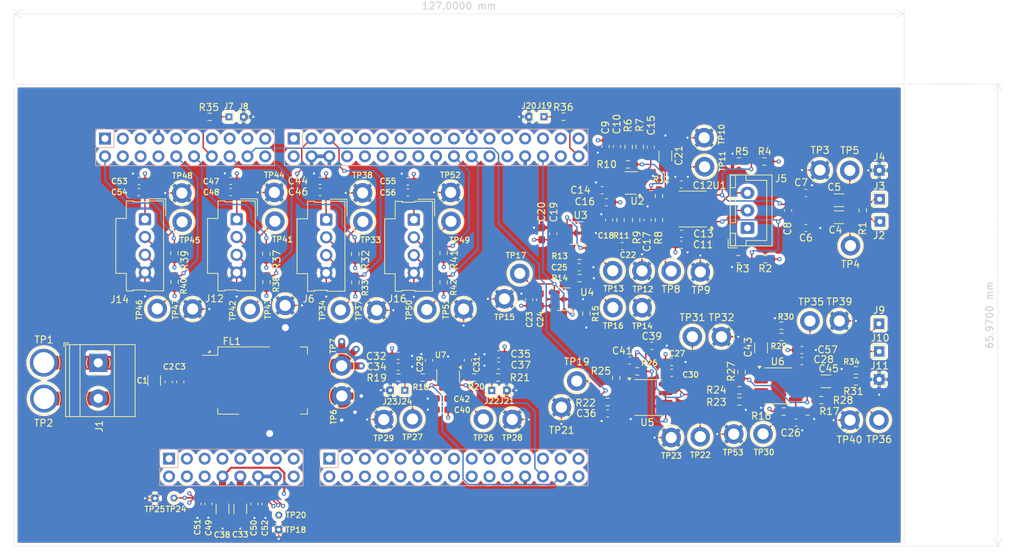
<source format=kicad_pcb>
(kicad_pcb (version 20240108) (generator "pcbnew") (generator_version "8.0")
  (layers (0 "F.Cu" signal "Signal Top (F.Cu)") (1 "In1.Cu" signal "Ground Plane") (2 "In2.Cu" power "Power Plane") (31 "B.Cu" signal "Signal Bottom (B.Cu)") (34 "B.Paste" user) (35 "F.Paste" user) (36 "B.SilkS" user "B.Silkscreen") (37 "F.SilkS" user "F.Silkscreen") (38 "B.Mask" user) (39 "F.Mask" user) (44 "Edge.Cuts" user))
  (net 0 "")
  (net 1 "Net-(U1--)")
  (net 2 "GND")
  (net 3 "Net-(U1-+)")
  (net 4 "/+9V")
  (net 5 "/PWRin")
  (net 6 "Net-(U3-+IN)")
  (net 7 "Net-(U4-+IN)")
  (net 8 "Net-(U1-Ref)")
  (net 9 "/MIC+")
  (net 10 "/MIC-")
  (net 11 "Net-(R8-Pad1)")
  (net 12 "Net-(U2-+IN)")
  (net 13 "Net-(U2-OUT)")
  (net 14 "Net-(U2--IN)")
  (net 15 "/RTN")
  (net 16 "Net-(U3--IN)")
  (net 17 "Net-(C17-Pad1)")
  (net 18 "Net-(C22-Pad1)")
  (net 19 "/+3.3V")
  (net 20 "/+5V")
  (net 21 "Net-(U6A-+)")
  (net 22 "/+1.66V Bias")
  (net 23 "/DAC-in")
  (net 24 "Net-(U7-2A)")
  (net 25 "Net-(U7-1A)")
  (net 26 "Net-(U5A-+)")
  (net 27 "Net-(U5B-+)")
  (net 28 "Net-(C41-Pad2)")
  (net 29 "Net-(C43-Pad2)")
  (net 30 "Net-(C45-Pad2)")
  (net 31 "Net-(C45-Pad1)")
  (net 32 "Net-(J5-Pin_3)")
  (net 33 "Net-(J5-Pin_2)")
  (net 34 "Net-(J7-Pin_1)")
  (net 74 "/DAC-out")
  (net 80 "/LED 1")
  (net 97 "/LED 2")
  (net 100 "/ADC in")
  (net 112 "Net-(U6A--)")
  (net 114 "/Line-Hot")
  (net 115 "/Line-Cold")
  (net 116 "/CN9 Pin 27")
  (net 117 "/CN9 Pin 25")
  (net 118 "/CN7 Pin 1")
  (net 119 "/CN7 Pin 9")
  (net 120 "/CN7 Pin 15")
  (net 121 "/CN7 Pin 11")
  (net 122 "/CN10 Pin 21")
  (net 123 "/CN10 Pin 6")
  (net 124 "/CN10 Pin 4")
  (net 125 "/CN10 Pin 19")
  (net 126 "Net-(U5A--)")
  (net 127 "Net-(U6B--)")
  (net 128 "Net-(J19-Pin_1)")
  (net 129 "Net-(J22-Pin_1)")
  (net 130 "Net-(J24-Pin_1)")
  (footprint "TestPoint:TestPoint_Keystone_5005-5009_Compact" (layer "F.Cu") (at 102.22 87.085)
    (property "Reference" "TP41")
    (property "Value" "TestPoint")
  )
  (footprint "TestPoint:TestPoint_Keystone_5005-5009_Compact" (layer "F.Cu") (at 116.745 99.81)
    (property "Reference" "TP37")
    (property "Value" "TestPoint")
  )
  (footprint "TestPoint:TestPoint_Keystone_5005-5009_Compact" (layer "F.Cu") (at 88.945 83.07)
    (property "Reference" "TP48")
    (property "Value" "TestPoint")
  )
  (footprint "TestPoint:TestPoint_Keystone_5005-5009_Compact" (layer "F.Cu") (at 90.485 99.63)
    (property "Reference" "TP47")
    (property "Value" "TestPoint")
  )
  (footprint "Resistor_SMD:R_0603_1608Metric_Pad0.98x0.95mm_HandSolder" (layer "F.Cu") (at 186.0918 85.529 90)
    (property "Reference" "R1")
    (property "Value" "12k")
  )
  (footprint "Resistor_SMD:R_0603_1608Metric_Pad0.98x0.95mm_HandSolder" (layer "F.Cu") (at 126.295 91.6275 90)
    (property "Reference" "R41")
    (property "Value" "1k")
  )
  (footprint "TestPoint:TestPoint_THTPad_1.0x1.0mm_Drill0.5mm" (layer "F.Cu") (at 135.29 111.255 180)
    (property "Reference" "J21")
    (property "Value" "Conn_01x01")
  )
  (footprint "Resistor_SMD:R_0603_1608Metric_Pad0.98x0.95mm_HandSolder" (layer "F.Cu") (at 153.7678 86.8992 90)
    (property "Reference" "R9")
    (property "Value" "5k")
  )
  (footprint "Package_TO_SOT_SMD:SOT-23-6_Handsoldering" (layer "F.Cu") (at 126.935 109.16 -90)
    (property "Reference" "U7")
    (property "Value" "SN74LVC2G17DBVR")
  )
  (footprint "Capacitor_SMD:C_0603_1608Metric_Pad1.08x0.95mm_HandSolder" (layer "F.Cu") (at 152.8471 106.9874 180)
    (property "Reference" "C41")
    (property "Value" "1nF")
  )
  (footprint "TestPoint:TestPoint_Keystone_5005-5009_Compact" (layer "F.Cu") (at 188.405 115.48)
    (property "Reference" "TP36")
    (property "Value" "TestPoint")
  )
  (footprint "TestPoint:TestPoint_Keystone_5005-5009_Compact" (layer "F.Cu") (at 134.965 98.18 180)
    (property "Reference" "TP15")
    (property "Value" "TestPoint")
  )
  (footprint "Connector_JST:JST_XH_B3B-XH-A_1x03_P2.50mm_Vertical" (layer "F.Cu") (at 169.6418 88.054 90)
    (property "Reference" "J5")
    (property "Value" "Conn_01x03_Pin")
  )
  (footprint "Package_TO_SOT_SMD:SOT-23-5_HandSoldering" (layer "F.Cu") (at 145.2516 88.7829 180)
    (property "Reference" "U3")
    (property "Value" "LT1803CS5-TRMPBF")
  )
  (footprint "TestPoint:TestPoint_Keystone_5005-5009_Compact" (layer "F.Cu") (at 171.863 117.4642)
    (property "Reference" "TP30")
    (property "Value" "TestPoint")
  )
  (footprint "Capacitor_SMD:C_0603_1608Metric_Pad1.08x0.95mm_HandSolder" (layer "F.Cu") (at 99.305 127.4675 -90)
    (property "Reference" "C50")
    (property "Value" "4.7u")
  )
  (footprint "TestPoint:TestPoint_Keystone_5005-5009_Compact" (layer "F.Cu") (at 114.7775 87.145)
    (property "Reference" "TP33")
    (property "Value" "TestPoint")
  )
  (footprint "Capacitor_SMD:C_0603_1608Metric_Pad1.08x0.95mm_HandSolder" (layer "F.Cu") (at 126.0775 114.01 180)
    (property "Reference" "C40")
    (property "Value" "4.7u")
  )
  (footprint "TestPoint:TestPoint_Keystone_5005-5009_Compact" (layer "F.Cu") (at 127.305 82.98)
    (property "Reference" "TP52")
    (property "Value" "TestPoint")
  )
  (footprint "Capacitor_SMD:C_1206_3216Metric_Pad1.33x1.80mm_HandSolder" (layer "F.Cu") (at 171.585 105.185 90)
    (property "Reference" "C43")
    (property "Value" "47u")
  )
  (footprint "TestPoint:TestPoint_Keystone_5005-5009_Compact" (layer "F.Cu") (at 150.45 99.43 180)
    (property "Reference" "TP16")
    (property "Value" "TestPoint")
  )
  (footprint "Capacitor_SMD:C_0603_1608Metric_Pad1.08x0.95mm_HandSolder" (layer "F.Cu") (at 126.0725 112.42)
    (property "Reference" "C42")
    (property "Value" "0.1u")
  )
  (footprint "TestPoint:TestPoint_Keystone_5005-5009_Compact" (layer "F.Cu") (at 154.595 94.19 180)
    (property "Reference" "TP12")
    (property "Value" "TestPoint")
  )
  (footprint "Capacitor_SMD:C_0603_1608Metric_Pad1.08x0.95mm_HandSolder" (layer "F.Cu") (at 177.3975 107.06)
    (property "Reference" "C28")
    (property "Value" "0.1u")
  )
  (footprint "Resistor_SMD:R_0603_1608Metric_Pad0.98x0.95mm_HandSolder" (layer "F.Cu") (at 101.02 95.7827 -90)
    (property "Reference" "R38")
    (property "Value" "1k")
  )
  (footprint "TestPoint:TestPoint_Keystone_5005-5009_Compact" (layer "F.Cu") (at 184.285 115.5)
    (property "Reference" "TP40")
    (property "Value" "TestPoint")
  )
  (footprint "Resistor_SMD:R_0603_1608Metric_Pad0.98x0.95mm_HandSolder" (layer "F.Cu") (at 168.4975 111.235)
    (property "Reference" "R24")
    (property "Value" "1k")
  )
  (footprint "Resistor_SMD:R_0603_1608Metric_Pad0.98x0.95mm_HandSolder" (layer "F.Cu") (at 185.1225 109.96)
    (property "Reference" "R31")
    (property "Value" "100")
  )
  (footprint "Capacitor_SMD:C_0603_1608Metric_Pad1.08x0.95mm_HandSolder" (layer "F.Cu") (at 177.9793 83.054)
    (property "Reference" "C7")
    (property "Value" "0.1u")
  )
  (footprint "Resistor_SMD:R_0603_1608Metric_Pad0.98x0.95mm_HandSolder" (layer "F.Cu") (at 149.6983 112.9056 180)
    (property "Reference" "R22")
    (property "Value" "21.2k")
  )
  (footprint "TestPoint:TestPoint_THTPad_1.5x1.5mm_Drill0.7mm" (layer "F.Cu") (at 188.4488 105.6892)
    (property "Reference" "J10")
    (property "Value" "Conn_01x01")
  )
  (footprint "Capacitor_SMD:C_0603_1608Metric_Pad1.08x0.95mm_HandSolder" (layer "F.Cu") (at 138.495 98.3025 -90)
    (property "Reference" "C23")
    (property "Value" "4.7u")
  )
  (footprint "TestPoint:TestPoint_Keystone_5005-5009_Compact" (layer "F.Cu") (at 114.725 83.05)
    (property "Reference" "TP38")
    (property "Value" "TestPoint")
  )
  (footprint "TestPoint:TestPoint_Keystone_5005-5009_Compact" (layer "F.Cu") (at 129.145 99.64)
    (property "Reference" "TP51")
    (property "Value" "TestPoint")
  )
  (footprint "TestPoint:TestPoint_Keystone_5005-5009_Compact" (layer "F.Cu") (at 184.245 79.84 180)
    (property "Reference" "TP5")
    (property "Value" "TestPoint")
  )
  (footprint "TestPoint:TestPoint_Keystone_5005-5009_Compact" (layer "F.Cu") (at 111.745 107.745)
    (property "Reference" "TP7")
    (property "Value" "TestPoint")
  )
  (footprint "TestPoint:TestPoint_Keystone_5005-5009_Compact" (layer "F.Cu") (at 165.938 103.5892)
    (property "Reference" "TP32")
    (property "Value" "TestPoint")
  )
  (footprint "Capacitor_SMD:C_0603_1608Metric_Pad1.08x0.95mm_HandSolder" (layer "F.Cu") (at 149.5075 84.39 180)
    (property "Reference" "C16")
    (property "Value" "4.7u")
  )
  (footprint "TestPoint:TestPoint_THTPad_1.5x1.5mm_Drill0.7mm" (layer "F.Cu") (at 188.495 83.94 -90)
    (property "Reference" "J3")
    (property "Value" "Conn_01x01")
  )
  (footprint "Connector_Molex:Molex_SL_171971-0004_1x04_P2.54mm_Vertical" (layer "F.Cu") (at 109.5465 86.8552 -90)
    (property "Reference" "J6")
    (property "Value" "Conn_01x04_Pin")
  )
  (footprint "TestPoint:TestPoint_THTPad_1.0x1.0mm_Drill0.5mm" (layer "F.Cu") (at 97.76 72.19 180)
    (property "Reference" "J8")
    (property "Value" "Conn_01x01")
  )
  (footprint "Capacitor_SMD:C_1206_3216Metric_Pad1.33x1.80mm_HandSolder" (layer "F.Cu") (at 157.9334 77.7675 90)
    (property "Reference" "C21")
    (property "Value" "100u")
  )
  (footprint "Capacitor_SMD:C_0603_1608Metric_Pad1.08x0.95mm_HandSolder" (layer "F.Cu") (at 148.9075 82.665 180)
    (property "Reference" "C14")
    (property "Value" "0.1u")
  )
  (footprint "Resistor_SMD:R_0603_1608Metric_Pad0.98x0.95mm_HandSolder" (layer "F.Cu") (at 172.1825 92.515 180)
    (property "Reference" "R2")
    (property "Value" "1M")
  )
  (footprint "TestPoint:TestPoint_THTPad_1.5x1.5mm_Drill0.7mm" (layer "F.Cu") (at 188.545 87.14 -90)
    (property "Reference" "J2")
    (property "Value" "Conn_01x01")
  )
  (footprint "Resistor_SMD:R_0603_1608Metric_Pad0.98x0.95mm_HandSolder" (layer "F.Cu") (at 87.91 95.7775 -90)
    (property "Reference" "R40")
    (property "Value" "1k")
  )
  (footprint "TestPoint:TestPoint_Keystone_5005-5009_Compact" (layer "F.Cu") (at 111.5775 99.77)
    (property "Reference" "TP34")
    (property "Value" "TestPoint")
  )
  (footprint "TestPoint:TestPoint_Keystone_5005-5009_Compact" (layer "F.Cu") (at 98.695 99.66)
    (property "Reference" "TP42")
    (property "Value" "TestPoint")
  )
  (footprint "Resistor_SMD:R_0603_1608Metric_Pad0.98x0.95mm_HandSolder" (layer "F.Cu") (at 172.0575 78.565 180)
    (property "Reference" "R4")
    (property "Value" "1M")
  )
  (footprint "TestPoint:TestPoint_Keystone_5005-5009_Compact" (layer "F.Cu") (at 150.42 94.165 180)
    (property "Reference" "TP13")
    (property "Value" "TestPoint")
  )
  (footprint "Capacitor_SMD:C_0603_1608Metric_Pad1.08x0.95mm_HandSolder" (layer "F.Cu") (at 155.845 76.5275 90)
    (property "Reference" "C15")
    (property "Value" "0.1u")
  )
  (footprint "Resistor_SMD:R_0603_1608Metric_Pad0.98x0.95mm_HandSolder" (layer "F.Cu") (at 185.1255 108.3892)
    (property "Reference" "R34")
    (property "Value" "var")
  )
  (footprint "Capacitor_SMD:C_1206_3216Metric_Pad1.33x1.80mm_HandSolder" (layer "F.Cu") (at 84.995 109.8575 -90)
    (property "Reference" "C1")
    (property "Value" "47u")
  )
  (footprint "Capacitor_SMD:C_0603_1608Metric_Pad1.08x0.95mm_HandSolder" (layer "F.Cu") (at 155.3934 86.9508 90)
    (property "Reference" "C17")
    (property "Value" "0.0015u")
  )
  (footprint "Capacitor_SMD:C_0603_1608Metric_Pad1.08x0.95mm_HandSolder" (layer "F.Cu") (at 129.75 106.9425 -90)
    (property "Reference" "C31")
    (property "Value" "0.1u")
  )
  (footprint "Capacitor_SMD:C_0603_1608Metric_Pad1.08x0.95mm_HandSolder" (layer "F.Cu") (at 134.1324 107.7142 180)
    (property "Reference" "C37")
    (property "Value" "0.1u")
  )
  (footprint "TestPoint:TestPoint_Keystone_5005-5009_Compact" (layer "F.Cu") (at 178.5588 101.3392)
    (property "Reference" "TP35")
    (property "Value" "TestPoint")
  )
  (footprint "Resistor_SMD:R_0603_1608Metric_Pad0.98x0.95mm_HandSolder" (layer "F.Cu") (at 152.5975 78.9782)
    (property "Reference" "R10")
    (property "Value" "0")
  )
  (footprint "Capacitor_SMD:C_0603_1608Metric_Pad1.08x0.95mm_HandSolder" (layer "F.Cu") (at 100.88 127.4675 -90)
    (property "Reference" "C52")
    (property "Value" "0.1u")
  )
  (footprint "Capacitor_SMD:C_0603_1608Metric_Pad1.08x0.95mm_HandSolder" (layer "F.Cu") (at 92.72 127.4575 90)
    (property "Reference" "C49")
    (property "Value" "4.7u")
  )
  (footprint "Capacitor_SMD:C_0603_1608Metric_Pad1.08x0.95mm_HandSolder" (layer "F.Cu") (at 177.4005 105.4892 180)
    (property "Reference" "C57")
    (property "Value" "4.7u")
  )
  (footprint "Resistor_SMD:R_0603_1608Metric_Pad0.98x0.95mm_HandSolder" (layer "F.Cu") (at 145.6887 95.2304)
    (property "Reference" "R14")
    (property "Value" "5k")
  )
  (footprint "Connector_Molex:Molex_SL_171971-0004_1x04_P2.54mm_Vertical" (layer "F.Cu") (at 83.685 86.81 -90)
    (property "Reference" "J14")
    (property "Value" "Conn_01x04_Pin")
  )
  (footprint "Resistor_SMD:R_0603_1608Metric_Pad0.98x0.95mm_HandSolder" (layer "F.Cu") (at 143.3875 72.17 180)
    (property "Reference" "R36")
    (property "Value" "300")
  )
  (footprint "TestPoint:TestPoint_Keystone_5005-5009_Compact" (layer "F.Cu") (at 136.085 115.4 90)
    (property "Reference" "TP28")
    (property "Value" "TestPoint")
  )
  (footprint "Capacitor_SMD:C_1206_3216Metric_Pad1.33x1.80mm_HandSolder" (layer "F.Cu") (at 94.745 128.1575 -90)
    (property "Reference" "C38")
    (property "Value" "10u")
  )
  (footprint "TestPoint:TestPoint_THTPad_1.0x1.0mm_Drill0.5mm" (layer "F.Cu") (at 120.76 111.235)
    (property "Reference" "J24")
    (property "Value" "Conn_01x01")
  )
  (footprint "TestPoint:TestPoint_Keystone_5005-5009_Compact" (layer "F.Cu") (at 127.345 87.115)
    (property "Reference" "TP49")
    (property "Value" "TestPoint")
  )
  (footprint "TestPoint:TestPoint_Keystone_5005-5009_Compact" (layer "F.Cu") (at 121.855 115.34 90)
    (property "Reference" "TP27")
    (property "Value" "TestPoint")
  )
  (footprint "Package_TO_SOT_SMD:SOT-23-5_HandSoldering" (layer "F.Cu") (at 153.0858 81.625 180)
    (property "Reference" "U2")
    (property "Value" "ADA4084-1ARJZ-R7")
  )
  (footprint "Capacitor_SMD:C_0603_1608Metric_Pad1.08x0.95mm_HandSolder" (layer "F.Cu") (at 151.7855 90.6584 180)
    (property "Reference" "C22")
    (property "Value" "3.8n")
  )
  (footprint "Capacitor_SMD:C_0603_1608Metric_Pad1.08x0.95mm_HandSolder" (layer "F.Cu") (at 82.8225 82.935)
    (property "Reference" "C54")
    (property "Value" "0.1u")
  )
  (footprint "Connector_Molex:Molex_SL_171971-0004_1x04_P2.54mm_Vertical" (layer "F.Cu") (at 122.045 86.86 -90)
    (property "Reference" "J16")
    (property "Value" "Conn_01x04_Pin")
  )
  (footprint "Capacitor_SMD:C_0603_1608Metric_Pad1.08x0.95mm_HandSolder" (layer "F.Cu") (at 134.1325 106.09 180)
    (property "Reference" "C35")
    (property "Value" "4.7u")
  )
  (footprint "TestPoint:TestPoint_THTPad_1.0x1.0mm_Drill0.5mm" (layer "F.Cu") (at 140.605 72.17)
    (property "Reference" "J19")
    (property "Value" "Conn_01x01")
  )
  (footprint "TestPoint:TestPoint_Keystone_5005-5009_Compact" (layer "F.Cu") (at 167.688 117.4892)
    (property "Reference" "TP53")
    (property "Value" "TestPoint")
  )
  (footprint "Capacitor_SMD:C_0603_1608Metric_Pad1.08x0.95mm_HandSolder" (layer "F.Cu") (at 88.72 110.0325 -90)
    (property "Reference" "C3")
    (property "Value" "var")
  )
  (footprint "Connector_Molex:Molex_SL_171971-0004_1x04_P2.54mm_Vertical" (layer "F.Cu") (at 96.764 86.8102 -90)
    (property "Reference" "J12")
    (property "Value" "Conn_01x04_Pin")
  )
  (footprint "Capacitor_SMD:C_0603_1608Metric_Pad1.08x0.95mm_HandSolder" (layer "F.Cu") (at 119.8075 107.875 180)
    (property "Reference" "C34")
    (property "Value" "0.1u")
  )
  (footprint "TestPoint:TestPoint_Keystone_5005-5009_Compact" (layer "F.Cu") (at 103.685 99.12)
    (property "Reference" "TP43")
    (property "Value" "TestPoint")
  )
  (footprint "Capacitor_SMD:C_0603_1608Metric_Pad1.08x0.95mm_HandSolder" (layer "F.Cu") (at 149.6975 114.535)
    (property "Reference" "C36")
    (property "Value" "1nF")
  )
  (footprint "Capacitor_SMD:C_0603_1608Metric_Pad1.08x0.95mm_HandSolder" (layer "F.Cu") (at 82.8285 81.3548)
    (property "Reference" "C53")
    (property "Value" "4.7u")
  )
  (footprint "Capacitor_SMD:C_0603_1608Metric_Pad1.08x0.95mm_HandSolder" (layer "F.Cu") (at 91.17 127.4575 90)
    (property "Reference" "C51")
    (property "Value" "0.1u")
  )
  (footprint "TestPoint:TestPoint_THTPad_1.0x1.0mm_Drill0.5mm" (layer "F.Cu") (at 95.67 72.19 180)
    (property "Reference" "J7")
    (property "Value" "Conn_01x01")
  )
  (footprint "Capacitor_SMD:C_0603_1608Metric_Pad1.08x0.95mm_HandSolder" (layer "F.Cu") (at 160.2325 88.89 180)
    (property "Reference" "C13")
    (property "Value" "0.1u")
  )
  (footprint "Capacitor_SMD:C_0603_1608Metric_Pad1.08x0.95mm_HandSolder" (layer "F.Cu") (at 149.907 86.9489 90)
    (property "Reference" "C18")
    (property "Value" "220p")
  )
  (footprint "Capacitor_SMD:C_0603_1608Metric_Pad1.08x0.95mm_HandSolder" (layer "F.Cu") (at 95.9325 81.335)
    (property "Reference" "C47")
    (property "Value" "4.7u")
  )
  (footprint "Capacitor_SMD:C_0603_1608Metric_Pad1.08x0.95mm_HandSolder" (layer "F.Cu") (at 108.659 82.9102)
    (property "Reference" "C46")
    (property "Value" "0.1u")
  )
  (footprint "TestPoint:TestPoint_Keystone_5005-5009_Compact" (layer "F.Cu") (at 158.763 117.9892)
    (property "Reference" "TP23")
    (property "Value" "TestPoint")
  )
  (footprint "TestPoint:TestPoint_THTPad_1.5x1.5mm_Drill0.7mm" (layer "F.Cu") (at 188.4388 109.6792)
    (property "Reference" "J11")
    (property "Value" "Conn_01x01")
  )
  (footprint "Capacitor_SMD:C_1206_3216Metric_Pad1.33x1.80mm_HandSolder" (layer "F.Cu") (at 182.7043 86.529 180)
    (property "Reference" "C4")
    (property "Value" "47uF")
  )
  (footprint "TestPoint:TestPoint_Plated_Hole_D3.0mm" (layer "F.Cu") (at 69.245 107.295)
    (property "Reference" "TP1")
    (property "Value" "TestPoint")
  )
  (footprint "TestPoint:TestPoint_THTPad_1.5x1.5mm_Drill0.7mm" (layer "F.Cu") (at 188.4088 101.7392)
    (property "Reference" "J9")
    (property "Value" "Conn_01x01")
  )
  (footprint "Capacitor_SMD:C_0603_1608Metric_Pad1.08x0.95mm_HandSolder" (layer "F.Cu") (at 121.176 81.4098)
    (property "Reference" "C55")
    (property "Value" "4.7u")
  )
  (footprint "Package_SO:SOIC-8_3.9x4.9mm_P1.27mm" (layer "F.Cu") (at 174.06 110.6)
    (property "Reference" "U6")
    (property "Value" "OPA 2992")
  )
  (footprint "Capacitor_SMD:C_0603_1608Metric_Pad1.08x0.95mm_HandSolder" (layer "F.Cu") (at 158.8255 107.1892 180)
    (property "Reference" "C27")
    (property "Value" "4.7u")
  )
  (footprint "Resistor_SMD:R_0603_1608Metric_Pad0.98x0.95mm_HandSolder" (layer "F.Cu") (at 180.1725 112.635)
    (property "Reference" "R28")
    (property "Value" "10k")
  )
  (footprint "Resistor_SMD:R_0603_1608Metric_Pad0.98x0.95mm_HandSolder" (layer "F.Cu") (at 174.488 102.0142 180)
    (property "Reference" "R30")
    (property "Value" "var")
  )
  (footprint "TestPoint:TestPoint_THTPad_D1.0mm_Drill0.5mm" (layer "F.Cu") (at 102.78 129.06)
    (property "Reference" "TP20")
    (property "Value" "TestPoint")
  )
  (footprint "Capacitor_SMD:C_0603_1608Metric_Pad1.08x0.95mm_HandSolder" (layer "F.Cu") (at 121.195 82.995)
    (property "Reference" "C56")
    (property "Value" "0.1u")
  )
  (footprint "TerminalBlock_Phoenix:TerminalBlock_Phoenix_MKDS-1,5-2-5.08_1x02_P5.08mm_Horizontal" (layer "F.Cu") (at 77.02 107.315 -90)
    (property "Reference" "J1")
    (property "Value" "Screw_Terminal_01x02")
  )
  (footprint "Resistor_SMD:R_0603_1608Metric_Pad0.98x0.95mm_HandSolder" (layer "F.Cu") (at 154.27 76.465 90)
    (property "Reference" "R7")
    (property "Value" "10k")
  )
  (footprint "TestPoint:TestPoint_Keystone_5005-5009_Compact" (layer "F.Cu") (at 85.435 99.59)
    (property "Reference" "TP46")
    (property "Value" "TestPoint")
  )
  (footprint "TestPoint:TestPoint_Keystone_5005-5009_Compact" (layer "F.Cu") (at 163.465 75.17 180)
    (property "Reference" "TP10")
    (property "Value" "TestPoint")
  )
  (footprint "TestPoint:TestPoint_Keystone_5005-5009_Compact" (layer "F.Cu") (at 117.755 115.41 90)
    (property "Reference" "TP29")
    (property "Value" "TestPoint")
  )
  (footprint "Capacitor_SMD:C_0603_1608Metric_Pad1.08x0.95mm_HandSolder" (layer "F.Cu") (at 158.8255 108.7392 180)
    (property "Reference" "C30")
    (property "Value" "0.1u")
  )
  (footprint "Capacitor_SMD:C_0603_1608Metric_Pad1.08x0.95mm_HandSolder" (layer "F.Cu") (at 177.9793 88.054 180)
    (property "Reference" "C6")
    (property "Value" "0.1u")
  )
  (footprint "Resistor_SMD:R_0603_1608Metric_Pad0.98x0.95mm_HandSolder" (layer "F.Cu") (at 134.0699 109.415)
    (property "Reference" "R21")
    (property "Value" "5k")
  )
  (footprint "Resistor_SMD:R_0603_1608Metric_Pad0.98x0.95mm_HandSolder" (layer "F.Cu") (at 178.2475 114.26 180)
    (property "Reference" "R17")
    (property "Value" "25k")
  )
  (footprint "TestPoint:TestPoint_Keystone_5005-5009_Compact" (layer "F.Cu") (at 131.965 115.36 90)
    (property "Reference" "TP26")
    (property "Value" "TestPoint")
  )
  (footprint "Resistor_SMD:R_0603_1608Metric_Pad0.98x0.95mm_HandSolder" (layer "F.Cu") (at 113.6775 91.77 90)
    (property "Reference" "R32")
    (property "Value" "1k")
  )
  (footprint "Resistor_SMD:R_0603_1608Metric_Pad0.98x0.95mm_HandSolder" (layer "F.Cu") (at 87.885 91.6525 90)
    (property "Reference" "R39")
    (property "Value" "1k")
  )
  (footprint "Resistor_SMD:R_0603_1608Metric_Pad0.98x0.95mm_HandSolder" (layer "F.Cu") (at 119.8575 109.435 180)
    (property "Reference" "R19")
    (property "Value" "5k")
  )
  (footprint "TestPoint:TestPoint_Keystone_5005-5009_Compact" (layer "F.Cu") (at 102.135 82.98)
    (property "Reference" "TP44")
    (property "Value" "TestPoint")
  )
  (footprint "TestPoint:TestPoint_Keystone_5005-5009_Compact" (layer "F.Cu") (at 111.77 112.045)
    (property "Reference" "TP6")
    (property "Value" "TestPoint")
  )
  (footprint "Resistor_SMD:R_0603_1608Metric_Pad0.98x0.95mm_HandSolder" (layer "F.Cu") (at 113.7025 95.8177 -90)
    (property "Reference" "R33")
    (property "Value" "1k")
  )
  (footprint "Capacitor_SMD:C_1206_3216Metric_Pad1.33x1.80mm_HandSolder" (layer "F.Cu") (at 182.7168 84.104 180)
    (property "Reference" "C5")
    (property "Value" "47uF")
  )
  (footprint "Resistor_SMD:R_0603_1608Metric_Pad0.98x0.95mm_HandSolder" (layer "F.Cu") (at 153.9147 108.5368 180)
    (property "Reference" "R26")
    (property "Value" "108k")
  )
  (footprint "Capacitor_SMD:C_0603_1608Metric_Pad1.08x0.95mm_HandSolder" (layer "F.Cu") (at 176.5975 115.835)
    (property "Reference" "C26")
    (property "Value" "4.7u")
  )
  (footprint "TestPoint:TestPoint_THTPad_1.5x1.5mm_Drill0.7mm" (layer "F.Cu") (at 188.455 79.83 -90)
    (property "Reference" "J4")
    (property "Value" "Conn_01x01")
  )
  (footprint "Capacitor_SMD:C_0603_1608Metric_Pad1.08x0.95mm_HandSolder" (layer "F.Cu") (at 95.9265 82.9252)
    (property "Reference" "C48")
    (property "Value" "0.1u")
  )
  (footprint "TestPoint:TestPoint_Keystone_5005-5009_Compact" (layer "F.Cu") (at 179.995 79.79 180)
    (property "Reference" "TP3")
    (property "Value" "TestPoint")
  )
  (footprint "Capacitor_SMD:C_0603_1608Metric_Pad1.08x0.95mm_HandSolder" (layer "F.Cu") (at 149.395 76.415 -90)
    (property "Reference" "C9")
    (property "Value" "4.7u")
  )
  (footprint "Resistor_SMD:R_0603_1608Metric_Pad0.98x0.95mm_HandSolder" (layer "F.Cu") (at 150.9156 109.4531 -90)
    (property "Reference" "R25")
    (property "Value" "26.3k")
  )
  (footprint "TestPoint:TestPoint_Keystone_5005-5009_Compact" (layer "F.Cu") (at 154.62 99.45 180)
    (property "Reference" "TP14")
    (property "Value" "TestPoint")
  )
  (footprint "Capacitor_SMD:C_0603_1608Metric_Pad1.08x0.95mm_HandSolder" (layer "F.Cu") (at 175.4418 85.554 90)
    (property "Reference" "C8")
    (property "Value" "0.1u")
  )
  (footprint "TestPoint:TestPoint_Keystone_5005-5009_Compact" (layer "F.Cu") (at 88.985 87.19)
    (property "Reference" "TP45")
    (property "Value" "TestPoint")
  )
  (footprint "Resistor_SMD:R_0603_1608Metric_Pad0.98x0.95mm_HandSolder" (layer "F.Cu") (at 146.655 100.2825 90)
    (property "Reference" "R15")
    (property "Value" "var")
  )
  (footprint "Resistor_SMD:R_0603_1608Metric_Pad0.98x0.95mm_HandSolder" (layer "F.Cu") (at 157.019 86.8992 -90)
    (property "Reference" "R8")
    (property "Value" "5k")
  )
  (footprint "Resistor_SMD:R_0603_1608Metric_Pad0.98x0.95mm_HandSolder" (layer "F.Cu") (at 130.6575 109.415 180)
    (property "Reference" "R20")
    (property "Value" "5k")
  )
  (footprint "Resistor_SMD:R_0603_1608Metric_Pad0.98x0.95mm_HandSolder" (layer "F.Cu") (at 100.995 91.735 90)
    (property "Reference" "R37")
    (property "Value" "1k")
  )
  (footprint "Capacitor_SMD:C_0603_1608Metric_Pad1.08x0.95mm_HandSolder" (layer "F.Cu") (at 151.02 76.415 -90)
    (property "Reference" "C10")
    (property "Value" "0.1u")
  )
  (footprint "Resistor_SMD:R_0603_1608Metric_Pad0.98x0.95mm_HandSolder" (layer "F.Cu") (at 157.019 83.4937 90)
    (property "Reference" "R12")
    (property "Value" "1")
  )
  (footprint "TestPoint:TestPoint_THTPad_1.0x1.0mm_Drill0.5mm" (layer "F.Cu") (at 133.16 111.265 180)
    (property "Reference" "J22")
    (property "Value" "Conn_01x01")
  )
  (footprint "Resistor_SMD:R_0603_1608Metric_Pad0.98x0.95mm_HandSolder" (layer "F.Cu") (at 174.8225 114.26)
    (property "Reference" "R16")
    (property "Value" "50k")
  )
  (footprint "Resistor_SMD:R_0603_1608Metric_Pad0.98x0.95mm_HandSolder" (layer "F.Cu") (at 168.4174 78.565 180)
    (property "Reference" "R5")
    (property "Value" "1M")
  )
  (footprint "Resistor_SMD:R_0603_1608Metric_Pad0.98x0.95mm_HandSolder" (layer "F.Cu") (at 168.81 108.6475 -90)
    (property "Reference" "R27")
    (property "Value" "10k")
  )
  (footprint "Capacitor_SMD:C_0603_1608Metric_Pad1.08x0.95mm_HandSolder" (layer "F.Cu") (at 145.6387 93.6556)
    (property "Reference" "C25")
    (property "Value" "1000p")
  )
  (footprint "TestPoint:TestPoint_Keystone_5005-5009_Compact" (layer "F.Cu") (at 143.1 113.655)
    (property "Reference" "TP21")
    (property "Value" "TestPoint")
  )
  (footprint "Capacitor_SMD:C_0603_1608Metric_Pad1.08x0.95mm_HandSolder" (layer "F.Cu") (at 141.945 88.8775 -90)
    (property "Reference" "C19")
    (property "Value" "0.1u")
  )
  (footprint "Resistor_SMD:R_0603_1608Metric_Pad0.98x0.95mm_HandSolder" (layer "F.Cu") (at 126.295 95.8275 -90)
    (property "Reference" "R42")
    (property "Value" "1k")
  )
  (footprint "Resistor_SMD:R_0603_1608Metric_Pad0.98x0.95mm_HandSolder" (layer "F.Cu") (at 174.4975 103.61)
    (property "Reference" "R29")
    (property "Value" "100")
  )
  (footprint "Capacitor_SMD:C_1206_3216Metric_Pad1.33x1.80mm_HandSolder" (layer "F.Cu") (at 180.8475 109.96)
    (property "Reference" "C45")
    (property "Value" "47u")
  )
  (footprint "Capacitor_SMD:C_0603_1608Metric_Pad1.08x0.95mm_HandSolder" (layer "F.Cu") (at 156.0013 104.8892 180)
    (property "Reference" "C39")
    (property "Value" "100pF")
  )
  (footprint "Filter:Filter_Murata_BNX025" (layer "F.Cu") (at 100.47 109.845)
    (property "Reference" "FL1")
    (property "Value" "BNX027")
  )
  (footprint "TestPoint:TestPoint_THTPad_D1.0mm_Drill0.5mm" (layer "F.Cu") (at 87.825 126.62)
    (property "Reference" "TP24")
    (property "Value" "TestPoint")
  )
  (footprint "TestPoint:TestPoint_Keystone_5005-5009_Compact" (layer "F.Cu") (at 182.7588 101.3292)
    (property "Reference" "TP39")
    (property "Value" "TestPoint")
  )
  (footprint "TestPoint:TestPoint_THTPad_D1.0mm_Drill0.5mm" (layer "F.Cu") (at 102.77 131.12 180)
    (property "Reference" "TP18")
    (property "Value" "TestPoint")
  )
  (footprint "Capacitor_SMD:C_0603_1608Metric_Pad1.08x0.95mm_HandSolder" (layer "F.Cu") (at 108.665 81.345)
    (property "Reference" "C44")
    (property "Value" "4.7u")
  )
  (footprint "TestPoint:TestPoint_THTPad_D1.0mm_Drill0.5mm" (layer "F.Cu") (at 85.11 126.66)
    (property "Reference" "TP25")
    (property "Value" "TestPoint")
  )
  (footprint "Resistor_SMD:R_0603_1608Metric_Pad0.98x0.95mm_HandSolder" (layer "F.Cu") (at 145.6887 92.03 180)
    (property "Reference" "R13")
    (property "Value" "10k")
  )
  (footprint "Capacitor_SMD:C_0603_1608Metric_Pad1.08x0.95mm_HandSolder" (layer "F.Cu") (at 140.295 88.8775 90)
    (property "Reference" "C20")
    (property "Value" "4.7u")
  )
  (footprint "Capacitor_SMD:C_0603_1608Metric_Pad1.08x0.95mm_HandSolder" (layer "F.Cu") (at 140.095 98.315 -90)
    (property "Reference" "C24")
    (property "Value" "0.1u")
  )
  (footprint "TestPoint:TestPoint_Keystone_5005-5009_Compact" (layer "F.Cu") (at 184.345 90.59 180)
    (property "Reference" "TP4")
    (property "Value" "TestPoint")
  )
  (footprint "Capacitor_SMD:C_0603_1608Metric_Pad1.08x0.95mm_HandSolder" (layer "F.Cu") (at 124.225 106.9475 -90)
    (property "Reference" "C29")
    (property "Value" "0.1u")
  )
  (footprint "Resistor_SMD:R_0603_1608Metric_Pad0.98x0.95mm_HandSolder" (layer "F.Cu") (at 168.3455 92.515 180)
    (property "Reference" "R3")
    (property "Value" "1M")
  )
  (footprint "Package_SO:SOIC-8_3.9x4.9mm_P1.27mm" (layer "F.Cu") (at 155.4876 112.2706)
    (property "Reference" "U5")
    (property "Value" "OPA2992")
  )
  (footprint "TestPoint:TestPoint_Keystone_5005-5009_Compact" (layer "F.Cu") (at 158.77 94.215 180)
    (property "Reference" "TP8")
    (property "Value" "TestPoint")
  )
  (footprint "TestPoint:TestPoint_Keystone_5005-5009_Compact" (layer "F.Cu") (at 145.288 109.9142)
    (property "Reference" "TP19")
    (property "Value" "TestPoint")
  )
  (footprint "TestPoint:TestPoint_Keystone_5005-5009_Compact" (layer "F.Cu") (at 162.913 117.8642)
    (property "Reference" "TP22")
    (property "Value" "TestPoint")
  )
  (footprint "TestPoint:TestPoint_Keystone_5005-5009_Compact" (layer "F.Cu") (at 123.895 99.715)
    (property "Reference" "TP50")
    (property "Value" "TestPoint")
  )
  (footprint "Capacitor_SMD:C_0603_1608Metric_Pad1.08x0.95mm_HandSolder" (layer "F.Cu") (at 119.8075 106.325)
    (property "Reference" "C32")
    (property "Value" "4.7u")
  )
  (footprint "Package_TO_SOT_SMD:SOT-23-5_HandSoldering" (layer "F.Cu") (at 143.4338 98.2276 180)
    (property "Reference" "U4")
    (property "Value" "ADA4084-1ARJZ-R7")
  )
  (footprint "Capacitor_SMD:C_0603_1608Metric_Pad1.08x0.95mm_HandSolder" (layer "F.Cu") (at 160.2325 90.465 180)
    (property "Reference" "C11")
    (property "Value" "4.7u")
  )
  (footprint "TestPoint:TestPoint_Keystone_5005-5009_Compact" (layer "F.Cu") (at 162.92 94.34 180)
    (property "Reference" "TP9")
    (property "Value" "TestPoint")
  )
  (footprint "Capacitor_SMD:C_0603_1608Metric_Pad1.08x0.95mm_HandSolder" (layer "F.Cu") (at 87.07 110.0325 -90)
    (property "Reference" "C2")
    (property "Value" "0.1u")
  )
  (footprint "Resistor_SMD:R_0603_1608Metric_Pad0.98x0.95mm_HandSolder" (layer "F.Cu") (at 123.3125 109.42)
    (property "Reference" "R18")
    (property "Value" "5k")
  )
  (footprint "Resistor_SMD:R_0603_1608Metric_Pad0.98x0.95mm_HandSolder" (layer "F.Cu") (at 151.5326 86.9011 -90)
    (property "Reference" "R11")
    (property "Value" "5k")
  )
  (footprint "Resistor_SMD:R_0603_1608Metric_Pad0.98x0.95mm_HandSolder" (layer "F.Cu") (at 168.4975 112.835)
    (property "Reference" "R23")
    (property "Value" "10k")
  )
  (footprint "Resistor_SMD:R_0603_1608Metric_Pad0.98x0.95mm_HandSolder" (layer "F.Cu") (at 92.9075 72.19)
    (property "Reference" "R35")
    (property "Value" "300")
  )
  (footprint "TestPoint:TestPoint_Keystone_5005-5009_Compact" (layer "F.Cu") (at 163.52 79.315 180)
    (property "Reference" "TP11")
    (property "Value" "TestPoint")
  )
  (footprint "TestPoint:TestPoint_Plated_Hole_D3.0mm" (layer "F.Cu") (at 69.295 112.42)
    (property "Reference" "TP2")
    (property "Value" "TestPoint")
  )
  (footprint "TestPoint:TestPoint_Keystone_5005-5009_Compact" (layer "F.Cu") (at 161.788 103.5892)
    (property "Reference" "TP31")
    (property "Value" "TestPoint")
  )
  (footprint "TestPoint:TestPoint_THTPad_1.0x1.0mm_Drill0.5mm" (layer "F.Cu") (at 138.475 72.17)
    (property "Reference" "J20")
    (property "Value" "Conn_01x01")
  )
  (footprint "Resistor_SMD:R_0603_1608Metric_Pad0.98x0.95mm_HandSolder" (layer "F.Cu") (at 152.6952 76.47 -90)
    (property "Reference" "R6")
    (property "Value" "10k")
  )
  (footprint "Capacitor_SMD:C_0603_1608Metric_Pad1.08x0.95mm_HandSolder" (layer "F.Cu") (at 160.2043 81.854 180)
    (property "Reference" "C12")
    (property "Value" "0.1u")
  )
  (footprint "TestPoint:TestPoint_Keystone_5005-5009_Compact" (layer "F.Cu") (at 137.155 94.55 180)
    (property "Reference" "TP17")
    (property "Value" "TestPoint")
  )
  (footprint "TestPoint:TestPoint_THTPad_1.0x1.0mm_Drill0.5mm" (layer "F.Cu") (at 118.68 111.235)
    (property "Reference" "J23")
    (property "Value" "Conn_01x01")
  )
  (footprint "Capacitor_SMD:C_1206_3216Metric_Pad1.33x1.80mm_HandSolder" (layer "F.Cu") (at 97.28 128.1675 -90)
    (property "Reference" "C33")
    (property "Value" "10u")
  )
  (footprint "Package_SO:SOIC-8_3.9x4.9mm_P1.27mm" (layer "F.Cu") (at 161.8418 85.354 180)
    (property "Reference" "U1")
    (property "Value" "INA849D")
  )
  (footprint "Connector_PinHeader_2.54mm:PinHeader_2x17_P2.54mm_Vertical" (layer "B.Cu") (at 104.905 75.28 -90)
    (property "Reference" "J18" (hide yes))
    (property "Value" "Conn_02x17_Odd_Even")
  )
  (footprint "Connector_PinHeader_2.54mm:PinHeader_2x15_P2.54mm_Vertical" (layer "B.Cu") (at 109.985 121 -90)
    (property "Reference" "J15" (hide yes))
    (property "Value" "Conn_02x15_Odd_Even")
  )
  (footprint "Connector_PinHeader_2.54mm:PinHeader_2x10_P2.54mm_Vertical" (layer "B.Cu") (at 77.985 75.29 -90)
    (property "Reference" "J17" (hide yes))
    (property "Value" "Conn_02x10_Odd_Even")
  )
  (footprint "Connector_PinHeader_2.54mm:PinHeader_2x08_P2.54mm_Vertical" (layer "B.Cu") (at 87.125 121 -90)
    (property "Reference" "J13" (hide yes))
    (property "Value" "Conn_02x08_Odd_Even")
  )
  (gr_line (start 65 67.5) (end 192 67.5) (stroke (width 0.05)) (layer "Edge.Cuts"))
  (gr_line (start 65 133.5) (end 65 67.5) (stroke (width 0.05)) (layer "Edge.Cuts"))
  (gr_line (start 192 67.5) (end 192 133.5) (stroke (width 0.05)) (layer "Edge.Cuts"))
  (gr_line (start 192 133.5) (end 65 133.5) (stroke (width 0.05)) (layer "Edge.Cuts"))
  (gr_text "9V" (at 104.105 118.88 0) (layer "F.Cu") (effects (font (size 0.75 0.75)) (justify left bottom)))
  (gr_text "5V" (at 96.475 118.86 0) (layer "F.Cu") (effects (font (size 0.8 0.8)) (justify left bottom)))
  (gr_text "CN9" (at 107.905 118.85 0) (layer "F.Cu") (effects (font (size 1.5 1.5) (thickness 0.3) (bold yes)) (justify left bottom)))
  (gr_text "CN10" (at 103.095 73.05 0) (layer "F.Cu") (effects (font (size 1.5 1.5) (thickness 0.3) (bold yes)) (justify left bottom)))
  (gr_text "3.3V" (at 93.555 118.86 0) (layer "F.Cu") (effects (font (size 0.75 0.75)) (justify left bottom)))
  (gr_text "CN7" (at 75.845 73.08 0) (layer "F.Cu") (effects (font (size 1.5 1.5) (thickness 0.3) (bold yes)) (justify left bottom)))
  (gr_text "CN8" (at 84.955 118.84 0) (layer "F.Cu") (effects (font (size 1.5 1.5) (thickness 0.3) (bold yes)) (justify left bottom)))
  (dimension (type aligned) (layer "Edge.Cuts") (pts (xy 192 67.5) (xy 191.97 133.47)) (height -13.350567) (gr_text "65.9700 mm" (at 204.185566 100.490548 89.97394462) (layer "Edge.Cuts") (effects (font (size 1 1) (thickness 0.15)))) (format (prefix "") (suffix "") (units 3) (units_format 1) (precision 4)) (style (thickness 0.05) (arrow_length 1.27) (text_position_mode 0) (extension_height 0.58642) (extension_offset 0.5) keep_text_aligned))
  (dimension (type aligned) (layer "Edge.Cuts") (pts (xy 65 67.5) (xy 192 67.5)) (height -10) (gr_text "127.0000 mm" (at 128.5 56.35 0) (layer "Edge.Cuts") (effects (font (size 1 1) (thickness 0.15)))) (format (prefix "") (suffix "") (units 3) (units_format 1) (precision 4)) (style (thickness 0.05) (arrow_length 1.27) (text_position_mode 0) (extension_height 0.58642) (extension_offset 0.5) keep_text_aligned))
  (segment (start 170.27 91.54) (end 170.27 92.515) (width 0.2) (layer "F.Cu") (net 1))
  (segment (start 166.0418 87.154) (end 164.4218 87.154) (width 0.2) (layer "F.Cu") (net 1))
  (segment (start 174.7793 86.4165) (end 174.0418 87.154) (width 0.2) (layer "F.Cu") (net 1))
  (segment (start 175.4861 86.4608) (end 175.4418 86.4165) (width 0.2) (layer "F.Cu") (net 1))
  (segment (start 177.1168 86.4608) (end 177.1168 88.054) (width 0.2) (layer "F.Cu") (net 1))
  (segment (start 175.4418 86.4165) (end 181.0293 86.4165) (width 0.2) (layer "F.Cu") (net 1))
  (segment (start 170.27 92.515) (end 169.258 92.515) (width 0.2) (layer "F.Cu") (net 1))
  (segment (start 164.4218 87.154) (end 164.3168 87.259) (width 0.2) (layer "F.Cu") (net 1))
  (segment (start 175.4418 86.4165) (end 174.7793 86.4165) (width 0.2) (layer "F.Cu") (net 1))
  (segment (start 171.27 92.515) (end 170.27 92.515) (width 0.2) (layer "F.Cu") (net 1))
  (segment (start 181.0293 86.4165) (end 181.1418 86.529) (width 0.2) (layer "F.Cu") (net 1))
  (via (at 170.27 91.54) (size 0.6) (drill 0.3) (layers "F.Cu" "B.Cu") (net 1))
  (via (at 174.0418 87.154) (size 0.6) (drill 0.3) (layers "F.Cu" "B.Cu") (net 1))
  (via (at 166.0418 87.154) (size 0.6) (drill 0.3) (layers "F.Cu" "B.Cu") (net 1))
  (segment (start 173.795 91.315) (end 170.495 91.315) (width 0.2) (layer "B.Cu") (net 1))
  (segment (start 174.0418 91.0682) (end 173.795 91.315) (width 0.2) (layer "B.Cu") (net 1))
  (segment (start 170.495 91.315) (end 170.27 91.54) (width 0.2) (layer "B.Cu") (net 1))
  (segment (start 173.7918 86.904) (end 166.2918 86.904) (width 0.2) (layer "B.Cu") (net 1))
  (segment (start 166.2918 86.904) (end 166.0418 87.154) (width 0.2) (layer "B.Cu") (net 1))
  (segment (start 174.0418 88.5182) (end 174.0418 91.0682) (width 0.2) (layer "B.Cu") (net 1))
  (segment (start 174.0418 87.154) (end 173.7918 86.904) (width 0.2) (layer "B.Cu") (net 1))
  (segment (start 174.0418 88.5182) (end 174.0418 87.154) (width 0.2) (layer "B.Cu") (net 1))
  (segment (start 88.945 83.07) (end 86.57 83.07) (width 0.2) (layer "F.Cu") (net 2))
  (segment (start 188.4388 109.6792) (end 188.4388 111.8542) (width 0.2) (layer "F.Cu") (net 2))
  (segment (start 173.5755 102.0142) (end 173.5755 100.9517) (width 0.2) (layer "F.Cu") (net 2))
  (segment (start 146.655 101.195) (end 146.655 102.28) (width 0.2) (layer "F.Cu") (net 2))
  (segment (start 123.13 106.085) (end 123.115 106.07) (width 0.2) (layer "F.Cu") (net 2))
  (segment (start 85.11 126.66) (end 83.68 126.66) (width 0.2) (layer "F.Cu") (net 2))
  (segment (start 103.685 99.12) (end 106.085 99.12) (width 0.2) (layer "F.Cu") (net 2))
  (segment (start 159.688 107.1892) (end 160.813 107.1892) (width 0.2) (layer "F.Cu") (net 2))
  (segment (start 125.215 114.01) (end 124.04 114.01) (width 0.2) (layer "F.Cu") (net 2))
  (segment (start 154.4358 81.625) (end 155.135 81.625) (width 0.2) (layer "F.Cu") (net 2))
  (segment (start 169.41 112.835) (end 169.41 114.035) (width 0.2) (layer "F.Cu") (net 2))
  (segment (start 148.835 114.535) (end 148.835 115.6288) (width 0.2) (layer "F.Cu") (net 2))
  (segment (start 81.96 81.3608) (end 81.966 81.3548) (width 0.2) (layer "F.Cu") (net 2))
  (segment (start 161.095 90.465) (end 161.095 91.54) (width 0.2) (layer "F.Cu") (net 2))
  (segment (start 154.595 94.19) (end 154.595 91.815) (width 0.2) (layer "F.Cu") (net 2))
  (segment (start 171.585 112.505) (end 171.585 113.735) (width 0.2) (layer "F.Cu") (net 2))
  (segment (start 107.7965 82.9102) (end 107.7965 81.351) (width 0.2) (layer "F.Cu") (net 2))
  (segment (start 159.688 108.7392) (end 159.688 107.1892) (width 0.2) (layer "F.Cu") (net 2))
  (segment (start 165.938 103.5892) (end 168.338 103.5892) (width 0.2) (layer "F.Cu") (net 2))
  (segment (start 151.02 77.2775) (end 149.395 77.2775) (width 0.2) (layer "F.Cu") (net 2))
  (segment (start 116.745 99.81) (end 119.12 99.81) (width 0.2) (layer "F.Cu") (net 2))
  (segment (start 148.0274 88.7788) (end 146.6057 88.7788) (width 0.2) (layer "F.Cu") (net 2))
  (segment (start 107.7965 81.351) (end 107.8025 81.345) (width 0.2) (layer "F.Cu") (net 2))
  (segment (start 178.263 105.4892) (end 179.413 105.4892) (width 0.2) (layer "F.Cu") (net 2))
  (segment (start 140.295 88.015) (end 139.195 88.015) (width 0.2) (layer "F.Cu") (net 2))
  (segment (start 92.72 128.32) (end 92.72 129.435) (width 0.2) (layer "F.Cu") (net 2))
  (segment (start 155.135 81.625) (end 156.145 80.615) (width 0.2) (layer "F.Cu") (net 2))
  (segment (start 156.8638 104.8892) (end 158.1122 104.8892) (width 0.2) (layer "F.Cu") (net 2))
  (segment (start 100.88 128.33) (end 100.88 129.465) (width 0.2) (layer "F.Cu") (net 2))
  (segment (start 130.84 106.08) (end 130.845 106.075) (width 0.2) (layer "F.Cu") (net 2))
  (segment (start 117.755 115.41) (end 115.385 115.41) (width 0.2) (layer "F.Cu") (net 2))
  (segment (start 138.5075 97.4525) (end 138.495 97.44) (width 0.2) (layer "F.Cu") (net 2))
  (segment (start 111.77 112.495) (end 113.645 114.37) (width 1) (layer "F.Cu") (net 2))
  (segment (start 182.7588 101.3292) (end 185.1188 101.3292) (width 0.2) (layer "F.Cu") (net 2))
  (segment (start 178.8418 83.054) (end 178.8418 81.954) (width 0.2) (layer "F.Cu") (net 2))
  (segment (start 81.966 81.3548) (end 81.966 80.2798) (width 0.2) (layer "F.Cu") (net 2))
  (segment (start 159.3668 83.449) (end 159.3668 81.879) (width 0.2) (layer "F.Cu") (net 2))
  (segment (start 161.095 88.89) (end 161.095 90.465) (width 0.2) (layer "F.Cu") (net 2))
  (segment (start 157.9334 76.205) (end 157.9334 74.8766) (width 0.2) (layer "F.Cu") (net 2))
  (segment (start 91.17 129.455) (end 91.165 129.46) (width 0.2) (layer "F.Cu") (net 2))
  (segment (start 154.27 75.5525) (end 155.7325 75.5525) (width 0.2) (layer "F.Cu") (net 2))
  (segment (start 90.485 99.63) (end 92.86 99.63) (width 0.2) (layer "F.Cu") (net 2))
  (segment (start 178.8418 88.054) (end 180.034 88.054) (width 0.2) (layer "F.Cu") (net 2))
  (segment (start 140.095 97.4525) (end 138.5075 97.4525) (width 0.2) (layer "F.Cu") (net 2))
  (segment (start 188.455 79.83) (end 186.865 79.83) (width 0.2) (layer "F.Cu") (net 2))
  (segment (start 159.3668 81.879) (end 159.3418 81.854) (width 0.2) (layer "F.Cu") (net 2))
  (segment (start 161.0668 81.854) (end 161.0668 80.8194) (width 0.2) (layer "F.Cu") (net 2))
  (segment (start 163.465 75.17) (end 161.09 75.17) (width 0.2) (layer "F.Cu") (net 2))
  (segment (start 118.68 111.235) (end 117.345 111.235) (width 0.2) (layer "F.Cu") (net 2))
  (segment (start 120.3325 82.995) (end 120.3325 81.4288) (width 0.2) (layer "F.Cu") (net 2))
  (segment (start 122.045 94.48) (end 122.045 97.8875) (width 0.2) (layer "F.Cu") (net 2))
  (segment (start 167.688 117.4892) (end 165.338 117.4892) (width 0.2) (layer "F.Cu") (net 2))
  (segment (start 146.6012 95.2304) (end 147.7226 95.2304) (width 0.2) (layer "F.Cu") (net 2))
  (segment (start 146.6057 88.7788) (end 146.6016 88.7829) (width 0.2) (layer "F.Cu") (net 2))
  (segment (start 132.12 106.09) (end 132.115 106.085) (width 0.2) (layer "F.Cu") (net 2))
  (segment (start 125.21 112.42) (end 124.04 112.42) (width 0.2) (layer "F.Cu") (net 2))
  (segment (start 121.785 107.875) (end 121.8 107.86) (width 0.2) (layer "F.Cu") (net 2))
  (segment (start 127.305 82.98) (end 124.93 82.98) (width 0.2) (layer "F.Cu") (net 2))
  (segment (start 159.3418 81.854) (end 159.3418 80.7664) (width 0.2) (layer "F.Cu") (net 2))
  (segment (start 117.345 111.235) (end 117.34 111.23) (width 0.2) (layer "F.Cu") (net 2))
  (segment (start 81.96 82.935) (end 81.96 81.3608) (width 0.2) (layer "F.Cu") (net 2))
  (segment (start 162.92 94.34) (end 162.92 91.99) (width 0.2) (layer "F.Cu") (net 2))
  (segment (start 133.2699 106.0901) (end 133.27 106.09) (width 0.2) (layer "F.Cu") (net 2))
  (segment (start 149.907 86.0864) (end 148.7894 86.0864) (width 0.2) (layer "F.Cu") (net 2))
  (segment (start 153.0126 114.1756) (end 153.0126 115.3336) (width 0.2) (layer "F.Cu") (net 2))
  (segment (start 94.745 129.72) (end 94.745 130.99) (width 0.2) (layer "F.Cu") (net 2))
  (segment (start 179.995 79.79) (end 177.42 79.79) (width 0.2) (layer "F.Cu") (net 2))
  (segment (start 183.288 108.3892) (end 183.088 108.1892) (width 0.2) (layer "F.Cu") (net 2))
  (segment (start 129.75 106.08) (end 130.84 106.08) (width 0.2) (layer "F.Cu") (net 2))
  (segment (start 167.433 92.515) (end 167.433 93.6326) (width 0.2) (layer "F.Cu") (net 2))
  (segment (start 157.9334 74.8766) (end 157.945 74.865) (width 0.2) (layer "F.Cu") (net 2))
  (segment (start 107.32 112.045) (end 111.77 112.045) (width 2) (layer "F.Cu") (net 2))
  (segment (start 114.725 83.05) (end 112.325 83.05) (width 0.2) (layer "F.Cu") (net 2))
  (segment (start 124.225 106.085) (end 123.13 106.085) (width 0.2) (layer "F.Cu") (net 2))
  (segment (start 91.17 128.32) (end 91.17 129.455) (width 0.2) (layer "F.Cu") (net 2))
  (segment (start 97.28 130.975) (end 97.295 130.99) (width 0.2) (layer "F.Cu") (net 2))
  (segment (start 120.3135 81.4098) (end 120.3135 80.3098) (width 0.2) (layer "F.Cu") (net 2))
  (segment (start 149.395 77.2775) (end 148.3075 77.2775) (width 0.2) (layer "F.Cu") (net 2))
  (segment (start 148.045 82.665) (end 148.045 81.565) (width 0.2) (layer "F.Cu") (net 2))
  (segment (start 111.77 112.045) (end 111.77 112.495) (width 1) (layer "F.Cu") (net 2))
  (segment (start 92.72 129.435) (end 92.725 129.44) (width 0.2) (layer "F.Cu") (net 2))
  (segment (start 146.5012 93.6556) (end 147.6718 93.6556) (width 0.2) (layer "F.Cu") (net 2))
  (segment (start 121.795 106.325) (end 121.8 106.32) (width 0.2) (layer "F.Cu") (net 2))
  (segment (start 134.965 98.18) (end 132.615 98.18) (width 0.2) (layer "F.Cu") (net 2))
  (segment (start 144.7838 98.2276) (end 146.1986 98.2276) (width 0.2) (layer "F.Cu") (net 2))
  (segment (start 83.685 94.43) (end 83.685 97.835) (width 0.2) (layer "F.Cu") (net 2))
  (segment (start 102.135 82.98) (end 99.76 82.98) (width 0.2) (layer "F.Cu") (net 2))
  (segment (start 178.26 107.06) (end 178.26 105.4922) (width 0.2) (layer "F.Cu") (net 2))
  (segment (start 158.763 117.9892) (end 156.388 117.9892) (width 0.2) (layer "F.Cu") (net 2))
  (segment (start 133.2699 107.7142) (end 132.1058 107.7142) (width 0.2) (layer "F.Cu") (net 2))
  (segment (start 184.213 108.3892) (end 183.288 108.3892) (width 0.2) (layer "F.Cu") (net 2))
  (segment (start 122.045 97.8875) (end 122.0475 97.89) (width 0.2) (layer "F.Cu") (net 2))
  (segment (start 155.7325 75.5525) (end 155.845 75.665) (width 0.2) (layer "F.Cu") (net 2))
  (segment (start 133.27 106.09) (end 132.12 106.09) (width 0.2) (layer "F.Cu") (net 2))
  (segment (start 101.47 114.945) (end 101.47 117.41) (width 2) (layer "F.Cu") (net 2))
  (segment (start 120.67 107.875) (end 121.785 107.875) (width 0.2) (layer "F.Cu") (net 2))
  (segment (start 103.72 104.745) (end 103.72 102.29) (width 2) (layer "F.Cu") (net 2))
  (segment (start 95.064 82.9252) (end 95.064 81.341) (width 0.2) (layer "F.Cu") (net 2))
  (segment (start 148.045 83.79) (end 148.645 84.39) (width 0.2) (layer "F.Cu") (net 2))
  (segment (start 148.3075 77.2775) (end 148.295 77.29) (width 0.2) (layer "F.Cu") (net 2))
  (segment (start 148.835 115.6288) (end 148.8328 115.631) (width 0.2) (layer "F.Cu") (net 2))
  (segment (start 100.88 129.465) (end 100.875 129.47) (width 0.2) (layer "F.Cu") (net 2))
  (segment (start 107.8025 81.345) (end 107.8025 80.27) (width 0.2) (layer "F.Cu") (net 2))
  (segment (start 161.0668 80.8194) (end 161.1338 80.7524) (width 0.2) (layer "F.Cu") (net 2))
  (segment (start 120.3325 81.4288) (end 120.3135 81.4098) (width 0.2) (layer "F.Cu") (net 2))
  (segment (start 179.16 114.26) (end 179.16 115.335) (width 0.2) (layer "F.Cu") (net 2))
  (segment (start 159.3418 80.7664) (end 159.3558 80.7524) (width 0.2) (layer "F.Cu") (net 2))
  (segment (start 138.475 72.17) (end 137.085 72.17) (width 0.2) (layer "F.Cu") (net 2))
  (segment (start 96.764 94.4302) (end 96.764 97.8502) (width 0.2) (layer "F.Cu") (net 2))
  (segment (start 97.28 129.73) (end 97.28 130.975) (width 0.2) (layer "F.Cu") (net 2))
  (segment (start 158.1122 104.8892) (end 158.1338 104.8676) (width 0.2) (layer "F.Cu") (net 2))
  (segment (start 155.845 75.665) (end 156.645 74.865) (width 0.2) (layer "F.Cu") (net 2))
  (segment (start 173.5755 100.9517) (end 173.563 100.9392) (width 0.2) (layer "F.Cu") (net 2))
  (segment (start 155.3934 86.0883) (end 155.3934 84.9688) (width 0.2) (layer "F.Cu") (net 2))
  (segment (start 184.285 115.5) (end 181.935 115.5) (width 0.2) (layer "F.Cu") (net 2))
  (segment (start 140.295 88.015) (end 141.945 88.015) (width 0.2) (layer "F.Cu") (net 2))
  (segment (start 129.145 101.995) (end 129.14 102) (width 0.2) (layer "F.Cu") (net 2))
  (segment (start 111.77 115.47) (end 111.745 115.495) (width 1) (layer "F.Cu") (net 2))
  (segment (start 126.935 107.81) (end 126.935 106.41) (width 0.2) (layer "F.Cu") (net 2))
  (segment (start 180.034 88.054) (end 180.045 88.065) (width 0.2) (layer "F.Cu") (net 2))
  (segment (start 136.085 115.4) (end 138.445 115.4) (width 0.2) (layer "F.Cu") (net 2))
  (segment (start 111.77 112.045) (end 114.545 112.045) (width 1) (layer "F.Cu") (net 2))
  (segment (start 132.1058 107.7142) (end 132.105 107.715) (width 0.2) (layer "F.Cu") (net 2))
  (segment (start 95.064 81.341) (end 95.07 81.335) (width 0.2) (layer "F.Cu") (net 2))
  (segment (start 99.305 128.33) (end 99.305 129.47) (width 0.2) (layer "F.Cu") (net 2))
  (segment (start 153.0126 115.3336) (end 152.9984 115.3478) (width 0.2) (layer "F.Cu") (net 2))
  (segment (start 138.495 97.44) (end 137.395 97.44) (width 0.2) (layer "F.Cu") (net 2))
  (segment (start 111.77 112.045) (end 111.77 115.47) (width 1) (layer "F.Cu") (net 2))
  (segment (start 129.145 99.64) (end 129.145 101.995) (width 0.2) (layer "F.Cu") (net 2))
  (segment (start 102.77 131.12) (end 102.77 132.46) (width 0.2) (layer "F.Cu") (net 2))
  (segment (start 178.26 105.4922) (end 178.263 105.4892) (width 0.2) (layer "F.Cu") (net 2))
  (segment (start 95.07 81.335) (end 95.07 80.26) (width 0.2) (layer "F.Cu") (net 2))
  (segment (start 143.1 113.655) (end 143.1 116.03) (width 0.2) (layer "F.Cu") (net 2))
  (segment (start 97.76 72.19) (end 99.14 72.19) (width 0.2) (layer "F.Cu") (net 2))
  (segment (start 177.46 115.835) (end 177.46 116.96) (width 0.2) (layer "F.Cu") (net 2))
  (segment (start 167.5049 78.565) (end 167.5049 77.4474) (width 0.2) (layer "F.Cu") (net 2))
  (segment (start 109.5465 94.4752) (end 109.5465 97.8602) (width 0.2) (layer "F.Cu") (net 2))
  (segment (start 120.67 106.325) (end 121.795 106.325) (width 0.2) (layer "F.Cu") (net 2))
  (segment (start 148.045 82.665) (end 148.045 83.79) (width 0.2) (layer "F.Cu") (net 2))
  (segment (start 156.645 74.865) (end 157.945 74.865) (width 0.2) (layer "F.Cu") (net 2))
  (segment (start 135.29 111.255) (end 136.655 111.255) (width 0.2) (layer "F.Cu") (net 2))
  (via (at 124.93 82.98) (size 0.6) (drill 0.3) (layers "F.Cu" "B.Cu") (net 2))
  (via (at 177.42 79.79) (size 0.6) (drill 0.3) (layers "F.Cu" "B.Cu") (net 2))
  (via (at 173.563 100.9392) (size 0.6) (drill 0.3) (layers "F.Cu" "B.Cu") (net 2))
  (via (at 139.195 88.015) (size 0.6) (drill 0.3) (layers "F.Cu" "B.Cu") (net 2))
  (via (at 165.338 117.4892) (size 0.6) (drill 0.3) (layers "F.Cu" "B.Cu") (net 2))
  (via (at 162.92 91.99) (size 0.6) (drill 0.3) (layers "F.Cu" "B.Cu") (net 2))
  (via (at 186.865 79.83) (size 0.6) (drill 0.3) (layers "F.Cu" "B.Cu") (net 2))
  (via (at 188.4388 111.8542) (size 0.6) (drill 0.3) (layers "F.Cu" "B.Cu") (net 2))
  (via (at 96.764 97.8502) (size 0.6) (drill 0.3) (layers "F.Cu" "B.Cu") (net 2))
  (via (at 121.8 106.32) (size 0.6) (drill 0.3) (layers "F.Cu" "B.Cu") (net 2))
  (via (at 160.813 107.1892) (size 0.6) (drill 0.3) (layers "F.Cu" "B.Cu") (net 2))
  (via (at 158.1338 104.8676) (size 0.6) (drill 0.3) (layers "F.Cu" "B.Cu") (net 2))
  (via (at 177.46 116.96) (size 0.6) (drill 0.3) (layers "F.Cu" "B.Cu") (net 2))
  (via (at 171.585 113.735) (size 0.6) (drill 0.3) (layers "F.Cu" "B.Cu") (net 2))
  (via (at 167.433 93.6326) (size 0.6) (drill 0.3) (layers "F.Cu" "B.Cu") (net 2))
  (via (at 169.41 114.035) (size 0.6) (drill 0.3) (layers "F.Cu" "B.Cu") (net 2))
  (via (at 103.72 102.29) (size 2) (drill 1) (layers "F.Cu" "B.Cu") (net 2))
  (via (at 136.655 111.255) (size 0.6) (drill 0.3) (layers "F.Cu" "B.Cu") (net 2))
  (via (at 132.105 107.715) (size 0.6) (drill 0.3) (layers "F.Cu" "B.Cu") (net 2))
  (via (at 124.04 112.42) (size 0.6) (drill 0.3) (layers "F.Cu" "B.Cu") (net 2))
  (via (at 101.47 117.41) (size 2) (drill 1) (layers "F.Cu" "B.Cu") (net 2))
  (via (at 146.1986 98.2276) (size 0.6) (drill 0.3) (layers "F.Cu" "B.Cu") (net 2))
  (via (at 161.09 75.17) (size 0.6) (drill 0.3) (layers "F.Cu" "B.Cu") (net 2))
  (via (at 100.875 129.47) (size 0.6) (drill 0.3) (layers "F.Cu" "B.Cu") (net 2))
  (via (at 121.8 107.86) (size 0.6) (drill 0.3) (layers "F.Cu" "B.Cu") (net 2))
  (via (at 156.388 117.9892) (size 0.6) (drill 0.3) (layers "F.Cu" "B.Cu") (net 2))
  (via (at 129.14 102) (size 0.6) (drill 0.3) (layers "F.Cu" "B.Cu") (net 2))
  (via (at 148.8328 115.631) (size 0.6) (drill 0.3) (layers "F.Cu" "B.Cu") (net 2))
  (via (at 99.76 82.98) (size 0.6) (drill 0.3) (layers "F.Cu" "B.Cu") (net 2))
  (via (at 147.7226 95.2304) (size 0.6) (drill 0.3) (layers "F.Cu" "B.Cu") (net 2))
  (via (at 112.325 83.05) (size 0.6) (drill 0.3) (layers "F.Cu" "B.Cu") (net 2))
  (via (at 123.115 106.07) (size 0.6) (drill 0.3) (layers "F.Cu" "B.Cu") (net 2))
  (via (at 130.845 106.075) (size 0.6) (drill 0.3) (layers "F.Cu" "B.Cu") (net 2))
  (via (at 137.085 72.17) (size 0.6) (drill 0.3) (layers "F.Cu" "B.Cu") (net 2))
  (via (at 107.8025 80.27) (size 0.6) (drill 0.3) (layers "F.Cu" "B.Cu") (net 2))
  (via (at 91.165 129.46) (size 0.6) (drill 0.3) (layers "F.Cu" "B.Cu") (net 2))
  (via (at 115.385 115.41) (size 0.6) (drill 0.3) (layers "F.Cu" "B.Cu") (net 2))
  (via (at 99.14 72.19) (size 0.6) (drill 0.3) (layers "F.Cu" "B.Cu") (net 2))
  (via (at 124.04 114.01) (size 0.6) (drill 0.3) (layers "F.Cu" "B.Cu") (net 2))
  (via (at 92.86 99.63) (size 0.6) (drill 0.3) (layers "F.Cu" "B.Cu") (net 2))
  (via (at 148.045 81.565) (size 0.6) (drill 0.3) (layers "F.Cu" "B.Cu") (net 2))
  (via (at 155.3934 84.9688) (size 0.6) (drill 0.3) (layers "F.Cu" "B.Cu") (net 2))
  (via (at 179.16 115.335) (size 0.6) (drill 0.3) (layers "F.Cu" "B.Cu") (net 2))
  (via (at 168.338 103.5892) (size 0.6) (drill 0.3) (layers "F.Cu" "B.Cu") (net 2))
  (via (at 154.595 91.815) (size 0.6) (drill 0.3) (layers "F.Cu" "B.Cu") (net 2))
  (via (at 113.645 114.37) (size 1) (drill 0.5) (layers "F.Cu" "B.Cu") (net 2))
  (via (at 81.966 80.2798) (size 0.6) (drill 0.3) (layers "F.Cu" "B.Cu") (net 2))
  (via (at 137.395 97.44) (size 0.6) (drill 0.3) (layers "F.Cu" "B.Cu") (net 2))
  (via (at 157.945 74.865) (size 0.6) (drill 0.3) (layers "F.Cu" "B.Cu") (net 2))
  (via (at 86.57 83.07) (size 0.6) (drill 0.3) (layers "F.Cu" "B.Cu") (net 2))
  (via (at 132.115 106.085) (size 0.6) (drill 0.3) (layers "F.Cu" "B.Cu") (net 2))
  (via (at 148.7894 86.0864) (size 0.6) (drill 0.3) (layers "F.Cu" "B.Cu") (net 2))
  (via (at 132.615 98.18) (size 0.6) (drill 0.3) (layers "F.Cu" "B.Cu") (net 2))
  (via (at 138.445 115.4) (size 0.6) (drill 0.3) (layers "F.Cu" "B.Cu") (net 2))
  (via (at 167.5049 77.4474) (size 0.6) (drill 0.3) (layers "F.Cu" "B.Cu") (net 2))
  (via (at 185.1188 101.3292) (size 0.6) (drill 0.3) (layers "F.Cu" "B.Cu") (net 2))
  (via (at 97.295 130.99) (size 0.6) (drill 0.3) (layers "F.Cu" "B.Cu") (net 2))
  (via (at 147.6718 93.6556) (size 0.6) (drill 0.3) (layers "F.Cu" "B.Cu") (net 2))
  (via (at 143.1 116.03) (size 0.6) (drill 0.3) (layers "F.Cu" "B.Cu") (net 2))
  (via (at 179.413 105.4892) (size 0.6) (drill 0.3) (layers "F.Cu" "B.Cu") (net 2))
  (via (at 111.745 115.495) (size 1) (drill 0.5) (layers "F.Cu" "B.Cu") (net 2))
  (via (at 148.0274 88.7788) (size 0.6) (drill 0.3) (layers "F.Cu" "B.Cu") (net 2))
  (via (at 183.088 108.1892) (size 0.6) (drill 0.3) (layers "F.Cu" "B.Cu") (net 2))
  (via (at 83.68 126.66) (size 0.6) (drill 0.3) (layers "F.Cu" "B.Cu") (net 2))
  (via (at 95.07 80.26) (size 0.6) (drill 0.3) (layers "F.Cu" "B.Cu") (net 2))
  (via (at 146.655 102.28) (size 0.6) (drill 0.3) (layers "F.Cu" "B.Cu") (net 2))
  (via (at 159.3558 80.7524) (size 0.6) (drill 0.3) (layers "F.Cu" "B.Cu") (net 2))
  (via (at 117.34 111.23) (size 0.6) (drill 0.3) (layers "F.Cu" "B.Cu") (net 2))
  (via (at 94.745 130.99) (size 0.6) (drill 0.3) (layers "F.Cu" "B.Cu") (net 2))
  (via (at 92.725 129.44) (size 0.6) (drill 0.3) (layers "F.Cu" "B.Cu") (net 2))
  (via (at 181.935 115.5) (size 0.6) (drill 0.3) (layers "F.Cu" "B.Cu") (net 2))
  (via (at 119.12 99.81) (size 0.6) (drill 0.3) (layers "F.Cu" "B.Cu") (net 2))
  (via (at 109.5465 97.8602) (size 0.6) (drill 0.3) (layers "F.Cu" "B.Cu") (net 2))
  (via (at 122.0475 97.89) (size 0.6) (drill 0.3) (layers "F.Cu" "B.Cu") (net 2))
  (via (at 106.085 99.12) (size 0.6) (drill 0.3) (layers "F.Cu" "B.Cu") (net 2))
  (via (at 178.8418 81.954) (size 0.6) (drill 0.3) (layers "F.Cu" "B.Cu") (net 2))
  (via (at 114.545 112.045) (size 1) (drill 0.5) (layers "F.Cu" "B.Cu") (net 2))
  (via (at 102.77 132.46) (size 0.6) (drill 0.3) (layers "F.Cu" "B.Cu") (net 2))
  (via (at 126.935 106.41) (size 0.6) (drill 0.3) (layers "F.Cu" "B.Cu") (net 2))
  (via (at 152.9984 115.3478) (size 0.6) (drill 0.3) (layers "F.Cu" "B.Cu") (net 2))
  (via (at 180.045 88.065) (size 0.6) (drill 0.3) (layers "F.Cu" "B.Cu") (net 2))
  (via (at 161.1338 80.7524) (size 0.6) (drill 0.3) (layers "F.Cu" "B.Cu") (net 2))
  (via (at 156.145 80.615) (size 0.6) (drill 0.3) (layers "F.Cu" "B.Cu") (net 2))
  (via (at 161.095 91.54) (size 0.6) (drill 0.3) (layers "F.Cu" "B.Cu") (net 2))
  (via (at 120.3135 80.3098) (size 0.6) (drill 0.3) (layers "F.Cu" "B.Cu") (net 2))
  (via (at 99.305 129.47) (size 0.6) (drill 0.3) (layers "F.Cu" "B.Cu") (net 2))
  (via (at 148.295 77.29) (size 0.6) (drill 0.3) (layers "F.Cu" "B.Cu") (net 2))
  (via (at 83.685 97.835) (size 0.6) (drill 0.3) (layers "F.Cu" "B.Cu") (net 2))
  (segment (start 164.4118 83.354) (end 164.3168 83.449) (width 0.2) (layer "F.Cu") (net 3))
  (segment (start 175.4418 84.6915) (end 179.1543 84.6915) (width 0.2) (layer "F.Cu") (net 3))
  (segment (start 177.1168 84.632) (end 177.1168 83.054) (width 0.2) (layer "F.Cu") (net 3))
  (segment (start 170.22 78.565) (end 170.22 79.615) (width 0.2) (layer "F.Cu") (net 3))
  (segment (start 179.7418 84.104) (end 181.1543 84.104) (width 0.2) (layer "F.Cu") (net 3))
  (segment (start 175.4418 84.6915) (end 174.3793 84.6915) (width 0.2) (layer "F.Cu") (net 3))
  (segment (start 170.22 78.565) (end 169.3299 78.565) (width 0.2) (layer "F.Cu") (net 3))
  (segment (start 170.22 79.615) (end 170.17 79.665) (width 0.2) (layer "F.Cu") (net 3))
  (segment (start 175.5013 84.632) (end 175.4418 84.6915) (width 0.2) (layer "F.Cu") (net 3))
  (segment (start 174.3793 84.6915) (end 174.2418 84.554) (width 0.2) (layer "F.Cu") (net 3))
  (segment (start 171.145 78.565) (end 170.22 78.565) (width 0.2) (layer "F.Cu") (net 3))
  (segment (start 166.0418 83.354) (end 164.4118 83.354) (width 0.2) (layer "F.Cu") (net 3))
  (segment (start 179.1543 84.6915) (end 179.7418 84.104) (width 0.2) (layer "F.Cu") (net 3))
  (via (at 174.2418 84.554) (size 0.6) (drill 0.3) (layers "F.Cu" "B.Cu") (net 3))
  (via (at 170.17 79.665) (size 0.6) (drill 0.3) (layers "F.Cu" "B.Cu") (net 3))
  (via (at 166.0418 83.354) (size 0.6) (drill 0.3) (layers "F.Cu" "B.Cu") (net 3))
  (segment (start 166.8918 84.204) (end 166.0418 83.354) (width 0.2) (layer "B.Cu") (net 3))
  (segment (start 174.2418 84.554) (end 173.8918 84.204) (width 0.2) (layer "B.Cu") (net 3))
  (segment (start 173.8918 84.204) (end 166.8918 84.204) (width 0.2) (layer "B.Cu") (net 3))
  (segment (start 170.17 79.665) (end 166.795 79.665) (width 0.2) (layer "B.Cu") (net 3))
  (segment (start 166.795 79.665) (end 166.0418 80.4182) (width 0.2) (layer "B.Cu") (net 3))
  (segment (start 166.0418 80.4182) (end 166.0418 83.354) (width 0.2) (layer "B.Cu") (net 3))
  (segment (start 149.86 82.575) (end 149.77 82.665) (width 0.2) (layer "F.Cu") (net 4))
  (segment (start 151.7336 82.5772) (end 151.7358 82.575) (width 0.2) (layer "F.Cu") (net 4))
  (segment (start 151.02 75.5525) (end 152.6902 75.5525) (width 0.2) (layer "F.Cu") (net 4))
  (segment (start 159.37 90.465) (end 159.37 91.54) (width 0.2) (layer "F.Cu") (net 4))
  (segment (start 142.0837 99.1775) (end 142.0838 99.1776) (width 0.2) (layer "F.Cu") (net 4))
  (segment (start 148.3075 75.5525) (end 148.295 75.54) (width 0.2) (layer "F.Cu") (net 4))
  (segment (start 149.77 83.79) (end 150.37 84.39) (width 0.2) (layer "F.Cu") (net 4))
  (segment (start 138.495 99.165) (end 137.37 99.165) (width 0.2) (layer "F.Cu") (net 4))
  (segment (start 149.395 75.5525) (end 148.3075 75.5525) (width 0.2) (layer "F.Cu") (net 4))
  (segment (start 159.37 88.89) (end 159.37 90.465) (width 0.2) (layer "F.Cu") (net 4))
  (segment (start 149.77 82.665) (end 149.77 83.79) (width 0.2) (layer "F.Cu") (net 4))
  (segment (start 111.745 107.745) (end 111.745 107.445) (width 1) (layer "F.Cu") (net 4))
  (segment (start 149.395 75.5525) (end 151.02 75.5525) (width 0.2) (layer "F.Cu") (net 4))
  (segment (start 111.745 107.745) (end 114.545 107.745) (width 1) (layer "F.Cu") (net 4))
  (segment (start 140.095 99.1775) (end 138.5075 99.1775) (width 0.2) (layer "F.Cu") (net 4))
  (segment (start 143.8945 89.74) (end 143.9016 89.7329) (width 0.2) (layer "F.Cu") (net 4))
  (segment (start 107.32 107.745) (end 111.745 107.745) (width 2) (layer "F.Cu") (net 4))
  (segment (start 173.095 92.515) (end 174.2202 92.515) (width 0.2) (layer "F.Cu") (net 4))
  (segment (start 111.745 107.745) (end 111.745 104.27) (width 1) (layer "F.Cu") (net 4))
  (segment (start 172.97 78.565) (end 174.0914 78.565) (width 0.2) (layer "F.Cu") (net 4))
  (segment (start 138.5075 99.1775) (end 138.495 99.165) (width 0.2) (layer "F.Cu") (net 4))
  (segment (start 159.37 88.89) (end 159.37 87.2622) (width 0.2) (layer "F.Cu") (net 4))
  (segment (start 143.8927 89.7418) (end 143.9016 89.7329) (width 0.2) (layer "F.Cu") (net 4))
  (segment (start 140.095 99.1775) (end 142.0837 99.1775) (width 0.2) (layer "F.Cu") (net 4))
  (segment (start 159.37 87.2622) (end 159.3668 87.259) (width 0.2) (layer "F.Cu") (net 4))
  (segment (start 111.745 107.445) (end 113.82 105.37) (width 1) (layer "F.Cu") (net 4))
  (segment (start 151.7358 82.575) (end 149.86 82.575) (width 0.2) (layer "F.Cu") (net 4))
  (segment (start 152.6902 75.5525) (end 152.6952 75.5575) (width 0.2) (layer "F.Cu") (net 4))
  (segment (start 150.37 84.39) (end 151.495 84.39) (width 0.2) (layer "F.Cu") (net 4))
  (segment (start 141.945 89.74) (end 143.8945 89.74) (width 0.2) (layer "F.Cu") (net 4))
  (segment (start 140.295 89.74) (end 141.945 89.74) (width 0.2) (layer "F.Cu") (net 4))
  (segment (start 140.295 89.74) (end 139.195 89.74) (width 0.2) (layer "F.Cu") (net 4))
  (via (at 111.745 104.27) (size 1) (drill 0.5) (layers "F.Cu" "B.Cu") (net 4))
  (via (at 137.37 99.165) (size 0.6) (drill 0.3) (layers "F.Cu" "B.Cu") (net 4))
  (via (at 139.195 89.74) (size 0.6) (drill 0.3) (layers "F.Cu" "B.Cu") (net 4))
  (via (at 151.495 84.39) (size 0.6) (drill 0.3) (layers "F.Cu" "B.Cu") (net 4))
  (via (at 113.82 105.37) (size 1) (drill 0.5) (layers "F.Cu" "B.Cu") (net 4))
  (via (at 148.295 75.54) (size 0.6) (drill 0.3) (layers "F.Cu" "B.Cu") (net 4))
  (via (at 174.0914 78.565) (size 0.6) (drill 0.3) (layers "F.Cu" "B.Cu") (net 4))
  (via (at 174.2202 92.515) (size 0.6) (drill 0.3) (layers "F.Cu" "B.Cu") (net 4))
  (via (at 114.545 107.745) (size 1) (drill 0.5) (layers "F.Cu" "B.Cu") (net 4))
  (via (at 159.37 91.54) (size 0.6) (drill 0.3) (layers "F.Cu" "B.Cu") (net 4))
  (segment (start 88.72 109.17) (end 88.72 106.72) (width 0.5) (layer "F.Cu") (net 5))
  (segment (start 77.015 107.32) (end 77.02 107.315) (width 0.2) (layer "F.Cu") (net 5))
  (segment (start 77.02 107.315) (end 82.175 107.315) (width 2) (layer "F.Cu") (net 5))
  (segment (start 84.995 106.095) (end 87.07 106.095) (width 2) (layer "F.Cu") (net 5))
  (segment (start 77 107.295) (end 77.02 107.315) (width 0.2) (layer "F.Cu") (net 5))
  (segment (start 87.07 106.095) (end 89.345 106.095) (width 2) (layer "F.Cu") (net 5))
  (segment (start 88.72 106.72) (end 89.345 106.095) (width 0.5) (layer "F.Cu") (net 5))
  (segment (start 84.995 108.295) (end 84.995 106.095) (width 0.5) (layer "F.Cu") (net 5))
  (segment (start 69.245 107.295) (end 77 107.295) (width 2) (layer "F.Cu") (net 5))
  (segment (start 90.995 107.745) (end 93.62 107.745) (width 2) (layer "F.Cu") (net 5))
  (segment (start 82.175 107.315) (end 83.395 106.095) (width 2) (layer "F.Cu") (net 5))
  (segment (start 89.345 106.095) (end 90.995 107.745) (width 2) (layer "F.Cu") (net 5))
  (segment (start 87.07 109.17) (end 87.07 106.095) (width 0.5) (layer "F.Cu") (net 5))
  (segment (start 83.395 106.095) (end 84.995 106.095) (width 2) (layer "F.Cu") (net 5))
  (segment (start 149.9092 87.8136) (end 149.907 87.8114) (width 0.2) (layer "F.Cu") (net 6))
  (segment (start 149.907 87.8114) (end 146.6231 87.8114) (width 0.2) (layer "F.Cu") (net 6))
  (segment (start 146.6231 87.8114) (end 146.6016 87.8329) (width 0.2) (layer "F.Cu") (net 6))
  (segment (start 147.0295 87.8114) (end 147.008 87.8329) (width 0.2) (layer "F.Cu") (net 6))
  (segment (start 151.5326 87.8136) (end 149.9092 87.8136) (width 0.2) (layer "F.Cu") (net 6))
  (segment (start 144.7956 96.215) (end 144.7762 96.1956) (width 0.2) (layer "F.Cu") (net 7))
  (segment (start 147.235 96.215) (end 144.7956 96.215) (width 0.2) (layer "F.Cu") (net 7))
  (segment (start 144.7762 97.27) (end 144.7838 97.2776) (width 0.2) (layer "F.Cu") (net 7))
  (segment (start 150.45 99.43) (end 147.235 96.215) (width 0.2) (layer "F.Cu") (net 7))
  (segment (start 144.7762 97.204) (end 144.7838 97.2116) (width 0.2) (layer "F.Cu") (net 7))
  (segment (start 144.7762 96.1956) (end 144.7762 97.27) (width 0.2) (layer "F.Cu") (net 7))
  (segment (start 144.7762 95.2304) (end 144.7762 93.6556) (width 0.2) (layer "F.Cu") (net 7))
  (segment (start 144.7762 92.03) (end 144.7762 93.6556) (width 0.2) (layer "F.Cu") (net 7))
  (segment (start 144.7762 95.2304) (end 144.7762 96.1956) (width 0.2) (layer "F.Cu") (net 7))
  (segment (start 158.2424 84.719) (end 157.9334 84.41) (width 0.2) (layer "F.Cu") (net 8))
  (segment (start 157.9334 79.33) (end 157.9334 84.41) (width 0.2) (layer "F.Cu") (net 8))
  (segment (start 157.9334 84.41) (end 157.781 84.41) (width 0.2) (layer "F.Cu") (net 8))
  (segment (start 163.505 79.33) (end 163.52 79.315) (width 0.2) (layer "F.Cu") (net 8))
  (segment (start 157.9334 79.33) (end 163.505 79.33) (width 0.2) (layer "F.Cu") (net 8))
  (segment (start 157.781 84.41) (end 157.7772 84.4062) (width 0.2) (layer "F.Cu") (net 8))
  (segment (start 157.7772 84.4062) (end 157.019 84.4062) (width 0.2) (layer "F.Cu") (net 8))
  (segment (start 159.3668 84.719) (end 158.2424 84.719) (width 0.2) (layer "F.Cu") (net 8))
  (segment (start 187.0185 86.4415) (end 186.0918 86.4415) (width 0.2) (layer "F.Cu") (net 9))
  (segment (start 184.2668 90.5118) (end 184.345 90.59) (width 0.2) (layer "F.Cu") (net 9))
  (segment (start 187.72 87.14) (end 187.02 86.44) (width 0.2) (layer "F.Cu") (net 9))
  (segment (start 186.0918 86.4415) (end 184.3543 86.4415) (width 0.2) (layer "F.Cu") (net 9))
  (segment (start 187.02 86.44) (end 187.0185 86.4415) (width 0.2) (layer "F.Cu") (net 9))
  (segment (start 184.2668 86.529) (end 184.2668 90.5118) (width 0.2) (layer "F.Cu") (net 9))
  (segment (start 184.3543 86.4415) (end 184.2668 86.529) (width 0.2) (layer "F.Cu") (net 9))
  (segment (start 188.545 87.14) (end 187.72 87.14) (width 0.2) (layer "F.Cu") (net 9))
  (segment (start 184.7918 84.6165) (end 184.2793 84.104) (width 0.2) (layer "F.Cu") (net 10))
  (segment (start 184.245 79.84) (end 184.245 84.0697) (width 0.2) (layer "F.Cu") (net 10))
  (segment (start 187.745 83.94) (end 187.0685 84.6165) (width 0.2) (layer "F.Cu") (net 10))
  (segment (start 188.495 83.94) (end 187.745 83.94) (width 0.2) (layer "F.Cu") (net 10))
  (segment (start 186.0918 84.6165) (end 184.7918 84.6165) (width 0.2) (layer "F.Cu") (net 10))
  (segment (start 184.245 84.0697) (end 184.2793 84.104) (width 0.2) (layer "F.Cu") (net 10))
  (segment (start 187.0685 84.6165) (end 186.0918 84.6165) (width 0.2) (layer "F.Cu") (net 10))
  (segment (start 159.3668 85.989) (end 157.9334 85.989) (width 0.2) (layer "F.Cu") (net 11))
  (segment (start 157.0213 85.989) (end 157.019 85.9867) (width 0.2) (layer "F.Cu") (net 11))
  (segment (start 157.9334 85.989) (end 157.9334 93.3784) (width 0.2) (layer "F.Cu") (net 11))
  (segment (start 157.9334 85.989) (end 157.0213 85.989) (width 0.2) (layer "F.Cu") (net 11))
  (segment (start 157.9334 93.3784) (end 158.77 94.215) (width 0.2) (layer "F.Cu") (net 11))
  (segment (start 152.6952 77.3825) (end 154.265 77.3825) (width 0.2) (layer "F.Cu") (net 12))
  (segment (start 155.845 79.2658) (end 154.4358 80.675) (width 0.2) (layer "F.Cu") (net 12))
  (segment (start 154.265 77.3825) (end 154.27 77.3775) (width 0.2) (layer "F.Cu") (net 12))
  (segment (start 155.845 77.39) (end 155.845 79.2658) (width 0.2) (layer "F.Cu") (net 12))
  (segment (start 155.8325 77.3775) (end 155.845 77.39) (width 0.2) (layer "F.Cu") (net 12))
  (segment (start 154.571 77.3825) (end 154.5748 77.3863) (width 0.2) (layer "F.Cu") (net 12))
  (segment (start 154.27 77.3775) (end 155.8325 77.3775) (width 0.2) (layer "F.Cu") (net 12))
  (segment (start 155.9014 82.585) (end 154.4458 82.585) (width 0.2) (layer "F.Cu") (net 13))
  (segment (start 153.51 78.9782) (end 154.5806 78.9782) (width 0.2) (layer "F.Cu") (net 13))
  (segment (start 155.9014 81.9754) (end 155.9014 82.585) (width 0.2) (layer "F.Cu") (net 13))
  (segment (start 157.019 82.5812) (end 155.9052 82.5812) (width 0.2) (layer "F.Cu") (net 13))
  (segment (start 154.4458 82.585) (end 154.4358 82.575) (width 0.2) (layer "F.Cu") (net 13))
  (segment (start 155.9052 82.5812) (end 155.9014 82.585) (width 0.2) (layer "F.Cu") (net 13))
  (via (at 155.9014 81.9754) (size 0.6) (drill 0.3) (layers "F.Cu" "B.Cu") (net 13))
  (via (at 154.5806 78.9782) (size 0.6) (drill 0.3) (layers "F.Cu" "B.Cu") (net 13))
  (segment (start 155.9014 81.9754) (end 156.1618 81.715) (width 0.2) (layer "B.Cu") (net 13))
  (segment (start 157.445 81.715) (end 157.645 81.515) (width 0.2) (layer "B.Cu") (net 13))
  (segment (start 156.3082 78.9782) (end 154.5806 78.9782) (width 0.2) (layer "B.Cu") (net 13))
  (segment (start 157.645 80.315) (end 156.3082 78.9782) (width 0.2) (layer "B.Cu") (net 13))
  (segment (start 156.1618 81.715) (end 157.445 81.715) (width 0.2) (layer "B.Cu") (net 13))
  (segment (start 157.645 81.515) (end 157.645 80.315) (width 0.2) (layer "B.Cu") (net 13))
  (segment (start 151.7358 80.675) (end 151.7358 79.029) (width 0.2) (layer "F.Cu") (net 14))
  (segment (start 151.7358 79.029) (end 151.685 78.9782) (width 0.2) (layer "F.Cu") (net 14))
  (segment (start 88.72 110.895) (end 88.72 114.145) (width 0.5) (layer "F.Cu") (net 15))
  (segment (start 84.995 113.195) (end 84.045 114.145) (width 0.5) (layer "F.Cu") (net 15))
  (segment (start 88.72 114.145) (end 90.82 112.045) (width 2) (layer "F.Cu") (net 15))
  (segment (start 87.07 110.895) (end 87.07 114.145) (width 0.5) (layer "F.Cu") (net 15))
  (segment (start 82.295 112.395) (end 84.045 114.145) (width 2) (layer "F.Cu") (net 15))
  (segment (start 84.995 111.42) (end 84.995 113.195) (width 0.5) (layer "F.Cu") (net 15))
  (segment (start 77.02 112.395) (end 82.295 112.395) (width 2) (layer "F.Cu") (net 15))
  (segment (start 90.82 112.045) (end 93.62 112.045) (width 2) (layer "F.Cu") (net 15))
  (segment (start 76.995 112.42) (end 77.02 112.395) (width 0.2) (layer "F.Cu") (net 15))
  (segment (start 84.045 114.145) (end 87.07 114.145) (width 2) (layer "F.Cu") (net 15))
  (segment (start 87.07 114.145) (end 88.72 114.145) (width 2) (layer "F.Cu") (net 15))
  (segment (start 69.295 112.42) (end 76.995 112.42) (width 2) (layer "F.Cu") (net 15))
  (segment (start 150.923 90.6584) (end 148.0274 90.6584) (width 0.2) (layer "F.Cu") (net 16))
  (segment (start 143.9016 86.5546) (end 143.9126 86.5436) (width 0.2) (layer "F.Cu") (net 16))
  (segment (start 146.6016 92.0296) (end 146.6012 92.03) (width 0.2) (layer "F.Cu") (net 16))
  (segment (start 143.9016 87.8329) (end 143.9016 86.5546) (width 0.2) (layer "F.Cu") (net 16))
  (segment (start 146.6012 92.03) (end 146.6012 91.1664) (width 0.2) (layer "F.Cu") (net 16))
  (segment (start 145.843 90.9124) (end 146.6012 90.9124) (width 0.2) (layer "F.Cu") (net 16))
  (segment (start 148.0274 90.6584) (end 147.7734 90.9124) (width 0.2) (layer "F.Cu") (net 16))
  (segment (start 150.42 94.165) (end 148.285 92.03) (width 0.2) (layer "F.Cu") (net 16))
  (segment (start 146.6012 91.1664) (end 146.6012 90.9124) (width 0.2) (layer "F.Cu") (net 16))
  (segment (start 146.6012 89.7333) (end 146.6016 89.7329) (width 0.2) (layer "F.Cu") (net 16))
  (segment (start 146.6012 90.9124) (end 146.6012 89.7333) (width 0.2) (layer "F.Cu") (net 16))
  (segment (start 147.7734 90.9124) (end 146.6012 90.9124) (width 0.2) (layer "F.Cu") (net 16))
  (segment (start 148.285 92.03) (end 146.6012 92.03) (width 0.2) (layer "F.Cu") (net 16))
  (via (at 145.843 90.9124) (size 0.6) (drill 0.3) (layers "F.Cu" "B.Cu") (net 16))
  (via (at 143.9126 86.5436) (size 0.6) (drill 0.3) (layers "F.Cu" "B.Cu") (net 16))
  (segment (start 143.9126 86.5436) (end 145.335 87.966) (width 0.2) (layer "B.Cu") (net 16))
  (segment (start 145.335 87.966) (end 145.335 90.4044) (width 0.2) (layer "B.Cu") (net 16))
  (segment (start 145.335 90.4044) (end 145.843 90.9124) (width 0.2) (layer "B.Cu") (net 16))
  (segment (start 157.019 87.8117) (end 153.7678 87.8117) (width 0.2) (layer "F.Cu") (net 17))
  (segment (start 152.6502 85.9867) (end 151.5345 85.9867) (width 0.2) (layer "F.Cu") (net 18))
  (segment (start 152.648 86.0886) (end 152.648 90.6584) (width 0.2) (layer "F.Cu") (net 18))
  (segment (start 152.6502 85.9867) (end 152.6502 86.0864) (width 0.2) (layer "F.Cu") (net 18))
  (segment (start 152.6502 86.0864) (end 152.648 86.0886) (width 0.2) (layer "F.Cu") (net 18))
  (segment (start 153.7678 85.9867) (end 152.6502 85.9867) (width 0.2) (layer "F.Cu") (net 18))
  (segment (start 151.5345 85.9867) (end 151.5326 85.9886) (width 0.2) (layer "F.Cu") (net 18))
  (segment (start 126.935 110.51) (end 126.935 112.42) (width 0.2) (layer "F.Cu") (net 19))
  (segment (start 95.985 122.3) (end 102.822057 122.3) (width 0.3) (layer "F.Cu") (net 19))
  (segment (start 118.945 106.325) (end 118.945 109.435) (width 0.2) (layer "F.Cu") (net 19))
  (segment (start 113.7025 96.7302) (end 113.7025 97.8302) (width 0.2) (layer "F.Cu") (net 19))
  (segment (start 118.945 106.325) (end 118.945 105.25) (width 0.2) (layer "F.Cu") (net 19))
  (segment (start 94.745 126.595) (end 94.745 123.54) (width 1) (layer "F.Cu") (net 19))
  (segment (start 100.995 92.6475) (end 100.995 93.7225) (width 0.2) (layer "F.Cu") (net 19))
  (segment (start 87.885 92.565) (end 87.885 93.69) (width 0.2) (layer "F.Cu") (net 19))
  (segment (start 94.745 126.595) (end 91.17 126.595) (width 1) (layer "F.Cu") (net 19))
  (segment (start 102.822057 122.3) (end 103.511029 122.988972) (width 0.3) (layer "F.Cu") (net 19))
  (segment (start 91.17 126.595) (end 89.35 126.595) (width 0.2) (layer "F.Cu") (net 19))
  (segment (start 90.65 126.595) (end 90.015 125.96) (width 0.2) (layer "F.Cu") (net 19))
  (segment (start 118.945 105.25) (end 118.94 105.245) (width 0.2) (layer "F.Cu") (net 19))
  (segment (start 103.565 123.042943) (end 103.565 125.935) (width 0.3) (layer "F.Cu") (net 19))
  (segment (start 91.17 126.595) (end 90.65 126.595) (width 0.2) (layer "F.Cu") (net 19))
  (segment (start 126.94 114.01) (end 126.94 115.13) (width 0.2) (layer "F.Cu") (net 19))
  (segment (start 126.295 96.74) (end 126.295 97.865) (width 0.2) (layer "F.Cu") (net 19))
  (segment (start 134.995 105.005) (end 135 105) (width 0.2) (layer "F.Cu") (net 19))
  (segment (start 101.02 96.6952) (end 101.02 97.75) (width 0.2) (layer "F.Cu") (net 19))
  (segment (start 103.511029 122.988972) (end 103.565 123.042943) (width 0.3) (layer "F.Cu") (net 19))
  (segment (start 89.315 126.62) (end 89.345 126.59) (width 0.2) (layer "F.Cu") (net 19))
  (segment (start 126.935 112.42) (end 126.935 114.005) (width 0.2) (layer "F.Cu") (net 19))
  (segment (start 134.995 106.09) (end 134.995 109.4024) (width 0.2) (layer "F.Cu") (net 19))
  (segment (start 134.9824 106.1026) (end 134.995 106.09) (width 0.2) (layer "F.Cu") (net 19))
  (segment (start 91.1798 126.5852) (end 91.17 126.595) (width 0.2) (layer "F.Cu") (net 19))
  (segment (start 134.995 106.09) (end 134.995 105.005) (width 0.2) (layer "F.Cu") (net 19))
  (segment (start 94.745 123.54) (end 95.985 122.3) (width 0.3) (layer "F.Cu") (net 19))
  (segment (start 103.565 125.935) (end 103.5 126) (width 0.3) (layer "F.Cu") (net 19))
  (segment (start 126.935 114.005) (end 126.94 114.01) (width 0.2) (layer "F.Cu") (net 19))
  (segment (start 90.696731 126.595) (end 90.005364 127.286367) (width 0.2) (layer "F.Cu") (net 19))
  (segment (start 113.6775 92.6825) (end 113.6775 93.7575) (width 0.2) (layer "F.Cu") (net 19))
  (segment (start 89.35 126.595) (end 89.345 126.59) (width 0.2) (layer "F.Cu") (net 19))
  (segment (start 134.995 109.4024) (end 134.9824 109.415) (width 0.2) (layer "F.Cu") (net 19))
  (segment (start 87.825 126.62) (end 89.315 126.62) (width 0.2) (layer "F.Cu") (net 19))
  (segment (start 91.17 126.595) (end 90.696731 126.595) (width 0.2) (layer "F.Cu") (net 19))
  (segment (start 126.295 92.54) (end 126.295 93.64) (width 0.2) (layer "F.Cu") (net 19))
  (segment (start 87.91 96.69) (end 87.91 97.79) (width 0.2) (layer "F.Cu") (net 19))
  (via (at 87.91 97.79) (size 0.6) (drill 0.3) (layers "F.Cu" "B.Cu") (net 19))
  (via (at 113.6775 93.7575) (size 0.6) (drill 0.3) (layers "F.Cu" "B.Cu") (net 19))
  (via (at 103.5 126) (size 0.6) (drill 0.3) (layers "F.Cu" "B.Cu") (net 19))
  (via (at 126.295 97.865) (size 0.6) (drill 0.3) (layers "F.Cu" "B.Cu") (net 19))
  (via (at 100.995 93.7225) (size 0.6) (drill 0.3) (layers "F.Cu" "B.Cu") (net 19))
  (via (at 126.295 93.64) (size 0.6) (drill 0.3) (layers "F.Cu" "B.Cu") (net 19))
  (via (at 135 105) (size 0.6) (drill 0.3) (layers "F.Cu" "B.Cu") (net 19))
  (via (at 90.015 125.96) (size 0.6) (drill 0.3) (layers "F.Cu" "B.Cu") (net 19))
  (via (at 89.345 126.59) (size 0.6) (drill 0.3) (layers "F.Cu" "B.Cu") (net 19))
  (via (at 126.94 115.13) (size 0.6) (drill 0.3) (layers "F.Cu" "B.Cu") (net 19))
  (via (at 118.94 105.245) (size 0.6) (drill 0.3) (layers "F.Cu" "B.Cu") (net 19))
  (via (at 87.885 93.69) (size 0.6) (drill 0.3) (layers "F.Cu" "B.Cu") (net 19))
  (via (at 90.005364 127.286367) (size 0.6) (drill 0.3) (layers "F.Cu" "B.Cu") (net 19))
  (via (at 101.02 97.75) (size 0.6) (drill 0.3) (layers "F.Cu" "B.Cu") (net 19))
  (via (at 113.7025 97.8302) (size 0.6) (drill 0.3) (layers "F.Cu" "B.Cu") (net 19))
  (segment (start 157.963 108.7392) (end 157.963 110.3652) (width 0.2) (layer "F.Cu") (net 20))
  (segment (start 100.8798 126.6048) (end 100.88 126.605) (width 0.2) (layer "F.Cu") (net 20))
  (segment (start 122.0575 86.8475) (end 122.045 86.86) (width 0.2) (layer "F.Cu") (net 20))
  (segment (start 176.535 108.695) (end 176.535 107.06) (width 0.2) (layer "F.Cu") (net 20))
  (segment (start 122.0575 81.4288) (end 122.0385 81.4098) (width 0.2) (layer "F.Cu") (net 20))
  (segment (start 83.691 81.3548) (end 83.691 80.2798) (width 0.2) (layer "F.Cu") (net 20))
  (segment (start 96.789 86.7852) (end 96.764 86.8102) (width 0.2) (layer "F.Cu") (net 20))
  (segment (start 97.285 126.6) (end 97.28 126.605) (width 0.2) (layer "F.Cu") (net 20))
  (segment (start 96.789 81.341) (end 96.795 81.335) (width 0.2) (layer "F.Cu") (net 20))
  (segment (start 83.685 82.935) (end 83.685 86.81) (width 0.2) (layer "F.Cu") (net 20))
  (segment (start 96.789 82.9252) (end 96.789 81.341) (width 0.2) (layer "F.Cu") (net 20))
  (segment (start 176.535 107.06) (end 176.535 105.4922) (width 0.2) (layer "F.Cu") (net 20))
  (segment (start 101.635 126.605) (end 102.69 127.66) (width 0.2) (layer "F.Cu") (net 20))
  (segment (start 122.0575 82.995) (end 122.0575 81.4288) (width 0.2) (layer "F.Cu") (net 20))
  (segment (start 109.5215 82.9102) (end 109.5215 86.8302) (width 0.2) (layer "F.Cu") (net 20))
  (segment (start 109.5215 86.8302) (end 109.5465 86.8552) (width 0.2) (layer "F.Cu") (net 20))
  (segment (start 176.535 105.4922) (end 176.538 105.4892) (width 0.2) (layer "F.Cu") (net 20))
  (segment (start 100.88 126.605) (end 101.635 126.605) (width 0.2) (layer "F.Cu") (net 20))
  (segment (start 96.795 81.335) (end 96.795 80.26) (width 0.2) (layer "F.Cu") (net 20))
  (segment (start 96.789 82.9252) (end 96.789 86.7852) (width 0.2) (layer "F.Cu") (net 20))
  (segment (start 97.285 123.54) (end 97.285 126.6) (width 1) (layer "F.Cu") (net 20))
  (segment (start 83.685 82.935) (end 83.685 81.3608) (width 0.2) (layer "F.Cu") (net 20))
  (segment (start 100.88 126.605) (end 102.235 126.605) (width 0.2) (layer "F.Cu") (net 20))
  (segment (start 100.88 126.605) (end 100.88 126.65) (width 0.2) (layer "F.Cu") (net 20))
  (segment (start 157.963 108.7392) (end 157.963 107.1892) (width 0.2) (layer "F.Cu") (net 20))
  (segment (start 83.685 81.3608) (end 83.691 81.3548) (width 0.2) (layer "F.Cu") (net 20))
  (segment (start 173.91 114.26) (end 173.16 114.26) (width 0.2) (layer "F.Cu") (net 20))
  (segment (start 100.88 126.65) (end 102.01 127.78) (width 0.2) (layer "F.Cu") (net 20))
  (segment (start 102.235 126.605) (end 103.38 127.75) (width 0.2) (layer "F.Cu") (net 20))
  (segment (start 97.28 126.605) (end 100.88 126.605) (width 1) (layer "F.Cu") (net 20))
  (segment (start 157.963 107.1892) (end 157.963 106.0642) (width 0.2) (layer "F.Cu") (net 20))
  (segment (start 157.963 110.3652) (end 157.9626 110.3656) (width 0.2) (layer "F.Cu") (net 20))
  (segment (start 173.16 114.26) (end 172.785 113.885) (width 0.2) (layer "F.Cu") (net 20))
  (segment (start 122.0385 81.4098) (end 122.0385 80.3348) (width 0.2) (layer "F.Cu") (net 20))
  (segment (start 109.5275 81.345) (end 109.5275 80.27) (width 0.2) (layer "F.Cu") (net 20))
  (segment (start 109.5215 82.9102) (end 109.5215 81.351) (width 0.2) (layer "F.Cu") (net 20))
  (segment (start 122.0575 82.995) (end 122.0575 86.8475) (width 0.2) (layer "F.Cu") (net 20))
  (segment (start 176.538 105.4892) (end 175.388 105.4892) (width 0.2) (layer "F.Cu") (net 20))
  (segment (start 109.5215 81.351) (end 109.5275 81.345) (width 0.2) (layer "F.Cu") (net 20))
  (via (at 83.691 80.2798) (size 0.6) (drill 0.3) (layers "F.Cu" "B.Cu") (net 20))
  (via (at 122.0385 80.3348) (size 0.6) (drill 0.3) (layers "F.Cu" "B.Cu") (net 20))
  (via (at 157.963 106.0642) (size 0.6) (drill 0.3) (layers "F.Cu" "B.Cu") (net 20))
  (via (at 103.38 127.75) (size 0.6) (drill 0.3) (layers "F.Cu" "B.Cu") (net 20))
  (via (at 172.785 113.885) (size 0.6) (drill 0.3) (layers "F.Cu" "B.Cu") (net 20))
  (via (at 175.388 105.4892) (size 0.6) (drill 0.3) (layers "F.Cu" "B.Cu") (net 20))
  (via (at 96.795 80.26) (size 0.6) (drill 0.3) (layers "F.Cu" "B.Cu") (net 20))
  (via (at 102.01 127.78) (size 0.6) (drill 0.3) (layers "F.Cu" "B.Cu") (net 20))
  (via (at 102.69 127.66) (size 0.6) (drill 0.3) (layers "F.Cu" "B.Cu") (net 20))
  (via (at 109.5275 80.27) (size 0.6) (drill 0.3) (layers "F.Cu" "B.Cu") (net 20))
  (segment (start 169.41 111.235) (end 171.585 111.235) (width 0.2) (layer "F.Cu") (net 21))
  (segment (start 176.535 112.505) (end 176.535 114.26) (width 0.2) (layer "F.Cu") (net 22))
  (segment (start 175.735 114.26) (end 176.535 114.26) (width 0.2) (layer "F.Cu") (net 22))
  (segment (start 173.4922 115.835) (end 171.863 117.4642) (width 0.2) (layer "F.Cu") (net 22))
  (segment (start 176.535 114.26) (end 177.335 114.26) (width 0.2) (layer "F.Cu") (net 22))
  (segment (start 175.735 115.835) (end 173.4922 115.835) (width 0.2) (layer "F.Cu") (net 22))
  (segment (start 175.735 114.26) (end 175.735 115.835) (width 0.2) (layer "F.Cu") (net 22))
  (segment (start 161.688 111.8426) (end 162.913 111.8426) (width 0.2) (layer "F.Cu") (net 23))
  (segment (start 157.9626 112.9056) (end 157.9626 111.6356) (width 0.2) (layer "F.Cu") (net 23))
  (segment (start 167.585 111.235) (end 167.585 112.035) (width 0.2) (layer "F.Cu") (net 23))
  (segment (start 161.788 103.5892) (end 161.788 109.2506) (width 0.2) (layer "F.Cu") (net 23))
  (segment (start 167.585 112.035) (end 167.585 112.835) (width 0.2) (layer "F.Cu") (net 23))
  (segment (start 159.403 111.6356) (end 159.8818 111.1568) (width 0.2) (layer "F.Cu") (net 23))
  (segment (start 157.9626 111.6356) (end 159.403 111.6356) (width 0.2) (layer "F.Cu") (net 23))
  (segment (start 160.3136 111.5886) (end 159.8818 111.1568) (width 0.2) (layer "F.Cu") (net 23))
  (segment (start 159.8818 111.1568) (end 161.788 109.2506) (width 0.2) (layer "F.Cu") (net 23))
  (segment (start 160.3136 111.8426) (end 161.688 111.8426) (width 0.2) (layer "F.Cu") (net 23))
  (segment (start 153.7096 106.0006) (end 153.9128 105.7974) (width 0.2) (layer "F.Cu") (net 23))
  (segment (start 162.913 111.8426) (end 166.6426 111.8426) (width 0.2) (layer "F.Cu") (net 23))
  (segment (start 162.913 117.8642) (end 162.913 111.8426) (width 0.2) (layer "F.Cu") (net 23))
  (segment (start 166.6426 111.8426) (end 166.835 112.035) (width 0.2) (layer "F.Cu") (net 23))
  (segment (start 166.835 112.035) (end 167.585 112.035) (width 0.2) (layer "F.Cu") (net 23))
  (segment (start 153.7096 106.9874) (end 153.7096 106.0006) (width 0.2) (layer "F.Cu") (net 23))
  (segment (start 160.3136 111.8426) (end 160.3136 111.5886) (width 0.2) (layer "F.Cu") (net 23))
  (via (at 160.3136 111.8426) (size 0.6) (drill 0.3) (layers "F.Cu" "B.Cu") (net 23))
  (via (at 153.9128 105.7974) (size 0.6) (drill 0.3) (layers "F.Cu" "B.Cu") (net 23))
  (segment (start 153.9128 105.7974) (end 154.100929 105.7974) (width 0.2) (layer "B.Cu") (net 23))
  (segment (start 156.656 108.352471) (end 156.656 110.9282) (width 0.2) (layer "B.Cu") (net 23))
  (segment (start 156.656 110.9282) (end 157.9768 112.249) (width 0.2) (layer "B.Cu") (net 23))
  (segment (start 157.9768 112.249) (end 160.0088 112.249) (width 0.2) (layer "B.Cu") (net 23))
  (segment (start 154.100929 105.7974) (end 156.656 108.352471) (width 0.2) (layer "B.Cu") (net 23))
  (segment (start 160.3136 111.9442) (end 160.3136 111.8426) (width 0.2) (layer "B.Cu") (net 23))
  (segment (start 160.0088 112.249) (end 160.3136 111.9442) (width 0.2) (layer "B.Cu") (net 23))
  (segment (start 124.225 107.81) (end 125.985 107.81) (width 0.2) (layer "F.Cu") (net 24))
  (segment (start 124.225 109.42) (end 124.225 107.81) (width 0.2) (layer "F.Cu") (net 24))
  (segment (start 129.745 107.81) (end 129.75 107.805) (width 0.2) (layer "F.Cu") (net 25))
  (segment (start 127.89 107.805) (end 127.885 107.81) (width 0.2) (layer "F.Cu") (net 25))
  (segment (start 129.745 109.415) (end 129.745 107.81) (width 0.2) (layer "F.Cu") (net 25))
  (segment (start 129.75 107.805) (end 127.89 107.805) (width 0.2) (layer "F.Cu") (net 25))
  (segment (start 150.56 114.535) (end 151.2204 114.535) (width 0.2) (layer "F.Cu") (net 26))
  (segment (start 150.6108 112.9056) (end 151.576 112.9056) (width 0.2) (layer "F.Cu") (net 26))
  (segment (start 151.576 114.1794) (end 151.576 112.9056) (width 0.2) (layer "F.Cu") (net 26))
  (segment (start 151.576 112.9056) (end 153.0126 112.9056) (width 0.2) (layer "F.Cu") (net 26))
  (segment (start 151.2204 114.535) (end 151.576 114.1794) (width 0.2) (layer "F.Cu") (net 26))
  (segment (start 155.1388 104.8892) (end 155.1388 106.705) (width 0.2) (layer "F.Cu") (net 27))
  (segment (start 155.1388 106.705) (end 154.8272 107.0166) (width 0.2) (layer "F.Cu") (net 27))
  (segment (start 155.9918 108.5368) (end 155.9956 108.5406) (width 0.2) (layer "F.Cu") (net 27))
  (segment (start 157.9768 114.1898) (end 157.9626 114.1756) (width 0.2) (layer "F.Cu") (net 27))
  (segment (start 157.9768 115.551) (end 157.9768 114.1898) (width 0.2) (layer "F.Cu") (net 27))
  (segment (start 154.8272 108.5368) (end 154.8272 107.0166) (width 0.2) (layer "F.Cu") (net 27))
  (segment (start 154.8272 108.5368) (end 155.9918 108.5368) (width 0.2) (layer "F.Cu") (net 27))
  (via (at 157.9768 115.551) (size 0.6) (drill 0.3) (layers "F.Cu" "B.Cu") (net 27))
  (via (at 155.9956 108.5406) (size 0.6) (drill 0.3) (layers "F.Cu" "B.Cu") (net 27))
  (segment (start 155.9956 108.5406) (end 155.9956 114.9922) (width 0.2) (layer "B.Cu") (net 27))
  (segment (start 157.8244 115.7034) (end 157.9768 115.551) (width 0.2) (layer "B.Cu") (net 27))
  (segment (start 156.7068 115.7034) (end 157.8244 115.7034) (width 0.2) (layer "B.Cu") (net 27))
  (segment (start 155.9956 114.9922) (end 156.7068 115.7034) (width 0.2) (layer "B.Cu") (net 27))
  (segment (start 152.9984 108.5406) (end 153.0022 108.5368) (width 0.2) (layer "F.Cu") (net 28))
  (segment (start 151.9824 108.5406) (end 152.9984 108.5406) (width 0.2) (layer "F.Cu") (net 28))
  (segment (start 150.9156 108.5406) (end 151.9824 108.5406) (width 0.2) (layer "F.Cu") (net 28))
  (segment (start 151.9846 106.9874) (end 151.9846 108.5384) (width 0.2) (layer "F.Cu") (net 28))
  (segment (start 151.9846 108.5384) (end 151.9824 108.5406) (width 0.2) (layer "F.Cu") (net 28))
  (segment (start 171.585 103.6225) (end 173.5725 103.6225) (width 0.2) (layer "F.Cu") (net 29))
  (segment (start 173.5725 103.6225) (end 173.585 103.61) (width 0.2) (layer "F.Cu") (net 29))
  (segment (start 182.41 109.96) (end 184.21 109.96) (width 0.2) (layer "F.Cu") (net 30))
  (segment (start 181.085 112.635) (end 181.085 111.81) (width 0.2) (layer "F.Cu") (net 31))
  (segment (start 179.28 109.965) (end 179.285 109.96) (width 0.2) (layer "F.Cu") (net 31))
  (segment (start 179.285 111.235) (end 179.285 109.96) (width 0.2) (layer "F.Cu") (net 31))
  (segment (start 176.535 109.965) (end 179.28 109.965) (width 0.2) (layer "F.Cu") (net 31))
  (segment (start 180.76 111.485) (end 179.535 111.485) (width 0.2) (layer "F.Cu") (net 31))
  (segment (start 181.085 111.81) (end 180.76 111.485) (width 0.2) (layer "F.Cu") (net 31))
  (segment (start 179.535 111.485) (end 179.285 111.235) (width 0.2) (layer "F.Cu") (net 31))
  (segment (start 169.6418 83.054) (end 167.3418 83.054) (width 0.2) (layer "F.Cu") (net 32))
  (segment (start 167.3418 83.054) (end 165.6768 84.719) (width 0.2) (layer "F.Cu") (net 32))
  (segment (start 165.6768 84.719) (end 164.3168 84.719) (width 0.2) (layer "F.Cu") (net 32))
  (segment (start 166.8418 85.554) (end 166.4068 85.989) (width 0.2) (layer "F.Cu") (net 33))
  (segment (start 166.4068 85.989) (end 164.3168 85.989) (width 0.2) (layer "F.Cu") (net 33))
  (segment (start 169.6418 85.554) (end 166.8418 85.554) (width 0.2) (layer "F.Cu") (net 33))
  (segment (start 93.82 72.19) (end 95.67 72.19) (width 0.2) (layer "F.Cu") (net 34))
  (segment (start 148.7858 111.887) (end 148.7858 112.9056) (width 0.2) (layer "F.Cu") (net 74))
  (segment (start 146.813 109.9142) (end 148.7858 111.887) (width 0.2) (layer "F.Cu") (net 74))
  (segment (start 148.7858 112.9056) (end 148.7858 111.8842) (width 0.2) (layer "F.Cu") (net 74))
  (segment (start 145.288 109.9142) (end 146.813 109.9142) (width 0.2) (layer "F.Cu") (net 74))
  (segment (start 148.7858 111.8842) (end 149.41 111.26) (width 0.2) (layer "F.Cu") (net 74))
  (via (at 149.41 111.26) (size 0.6) (drill 0.3) (layers "F.Cu" "B.Cu") (net 74))
  (segment (start 139.93 95.16) (end 140.93 96.16) (width 0.2) (layer "B.Cu") (net 74))
  (segment (start 99.465 76.67) (end 133.321346 76.67) (width 0.2) (layer "B.Cu") (net 74))
  (segment (start 133.321346 76.67) (end 134.13 77.478654) (width 0.2) (layer "B.Cu") (net 74))
  (segment (start 98.305 77.83) (end 99.465 76.67) (width 0.2) (layer "B.Cu") (net 74))
  (segment (start 134.13 77.478654) (end 134.13 87.44) (width 0.2) (layer "B.Cu") (net 74))
  (segment (start 134.13 87.44) (end 139.93 93.24) (width 0.2) (layer "B.Cu") (net 74))
  (segment (start 140.93 96.16) (end 140.93 102.78) (width 0.2) (layer "B.Cu") (net 74))
  (segment (start 139.93 93.24) (end 139.93 95.16) (width 0.2) (layer "B.Cu") (net 74))
  (segment (start 140.93 102.78) (end 149.41 111.26) (width 0.2) (layer "B.Cu") (net 74))
  (segment (start 91.995 76.6) (end 91.995 72.19) (width 0.2) (layer "F.Cu") (net 80))
  (segment (start 93.225 77.83) (end 91.995 76.6) (width 0.2) (layer "F.Cu") (net 80))
  (segment (start 144.3 76.575) (end 144.3 72.17) (width 0.2) (layer "F.Cu") (net 97))
  (segment (start 145.545 77.82) (end 144.3 76.575) (width 0.2) (layer "F.Cu") (net 97))
  (segment (start 142.0806 96.04) (end 142.0838 96.0432) (width 0.2) (layer "F.Cu") (net 100))
  (segment (start 144.7838 99.1776) (end 144.7838 100.3012) (width 0.2) (layer "F.Cu") (net 100))
  (segment (start 138.645 96.04) (end 142.0806 96.04) (width 0.2) (layer "F.Cu") (net 100))
  (segment (start 144.7838 100.3012) (end 144.685 100.4) (width 0.2) (layer "F.Cu") (net 100))
  (segment (start 137.155 94.55) (end 138.645 96.04) (width 0.2) (layer "F.Cu") (net 100))
  (segment (start 144.7838 99.1776) (end 146.4626 99.1776) (width 0.2) (layer "F.Cu") (net 100))
  (segment (start 146.4626 99.1776) (end 146.655 99.37) (width 0.2) (layer "F.Cu") (net 100))
  (segment (start 142.0838 97.2776) (end 142.0838 96.0432) (width 0.2) (layer "F.Cu") (net 100))
  (via (at 144.685 100.4) (size 0.6) (drill 0.3) (layers "F.Cu" "B.Cu") (net 100))
  (via (at 142.0838 96.0432) (size 0.6) (drill 0.3) (layers "F.Cu" "B.Cu") (net 100))
  (segment (start 140.465 94.4244) (end 142.0838 96.0432) (width 0.2) (layer "B.Cu") (net 100))
  (segment (start 140.465 77.82) (end 140.465 94.4244) (width 0.2) (layer "B.Cu") (net 100))
  (segment (start 144.4086 100.4) (end 143.4554 99.4468) (width 0.2) (layer "B.Cu") (net 100))
  (segment (start 142.0838 96.0432) (end 143.4554 97.4148) (width 0.2) (layer "B.Cu") (net 100))
  (segment (start 144.685 100.4) (end 144.4086 100.4) (width 0.2) (layer "B.Cu") (net 100))
  (segment (start 143.4554 97.4148) (end 143.4554 99.4468) (width 0.2) (layer "B.Cu") (net 100))
  (segment (start 171.585 109.965) (end 171.585 108.695) (width 0.2) (layer "F.Cu") (net 112))
  (segment (start 171.585 108.695) (end 171.585 106.7475) (width 0.2) (layer "F.Cu") (net 112))
  (segment (start 171.585 108.695) (end 169.77 108.695) (width 0.2) (layer "F.Cu") (net 112))
  (segment (start 169.77 108.695) (end 168.81 107.735) (width 0.2) (layer "F.Cu") (net 112))
  (segment (start 175.41 102.0237) (end 175.4005 102.0142) (width 0.2) (layer "F.Cu") (net 114))
  (segment (start 182.46 103.61) (end 186.61 103.61) (width 0.2) (layer "F.Cu") (net 114))
  (segment (start 175.41 103.61) (end 175.41 102.0237) (width 0.2) (layer "F.Cu") (net 114))
  (segment (start 178.5588 103.61) (end 182.46 103.61) (width 0.2) (layer "F.Cu") (net 114))
  (segment (start 188.4088 101.7392) (end 188.4088 101.8112) (width 0.2) (layer "F.Cu") (net 114))
  (segment (start 175.41 103.61) (end 178.5588 103.61) (width 0.2) (layer "F.Cu") (net 114))
  (segment (start 178.5588 101.3392) (end 178.5588 103.61) (width 0.2) (layer "F.Cu") (net 114))
  (segment (start 188.4088 101.8112) (end 186.61 103.61) (width 0.2) (layer "F.Cu") (net 114))
  (segment (start 186.038 106.607) (end 186.9558 105.6892) (width 0.2) (layer "F.Cu") (net 115))
  (segment (start 186.035 109.96) (end 186.035 108.3922) (width 0.2) (layer "F.Cu") (net 115))
  (segment (start 186.035 113.11) (end 186.035 109.96) (width 0.2) (layer "F.Cu") (net 115))
  (segment (start 186.038 106.607) (end 186.038 108.3892) (width 0.2) (layer "F.Cu") (net 115))
  (segment (start 186.9558 105.6892) (end 188.4488 105.6892) (width 0.2) (layer "F.Cu") (net 115))
  (segment (start 186.035 108.3922) (end 186.038 108.3892) (width 0.2) (layer "F.Cu") (net 115))
  (segment (start 188.405 115.48) (end 186.035 113.11) (width 0.2) (layer "F.Cu") (net 115))
  (segment (start 121.855 113.22) (end 124.565 110.51) (width 0.2) (layer "F.Cu") (net 116))
  (segment (start 121.855 115.34) (end 121.855 113.22) (width 0.2) (layer "F.Cu") (net 116))
  (segment (start 124.565 110.51) (end 124.575 110.51) (width 0.2) (layer "F.Cu") (net 116))
  (segment (start 125.985 110.51) (end 124.575 110.51) (width 0.2) (layer "F.Cu") (net 116))
  (via (at 124.575 110.51) (size 0.6) (drill 0.3) (layers "F.Cu" "B.Cu") (net 116))
  (segment (start 129.06 123.921346) (end 129.828654 124.69) (width 0.2) (layer "B.Cu") (net 116))
  (segment (start 126.11 117.12) (end 129.06 120.07) (width 0.2) (layer "B.Cu") (net 116))
  (segment (start 129.828654 124.69) (end 141.855 124.69) (width 0.2) (layer "B.Cu") (net 116))
  (segment (start 141.855 124.69) (end 143.005 123.54) (width 0.2) (layer "B.Cu") (net 116))
  (segment (start 124.575 110.51) (end 126.11 112.045) (width 0.2) (layer "B.Cu") (net 116))
  (segment (start 129.06 120.07) (end 129.06 123.921346) (width 0.2) (layer "B.Cu") (net 116))
  (segment (start 126.11 112.045) (end 126.11 117.12) (width 0.2) (layer "B.Cu") (net 116))
  (segment (start 131.965 115.36) (end 130.415 113.81) (width 0.2) (layer "F.Cu") (net 117))
  (segment (start 130.415 113.81) (end 130.415 111.48) (width 0.2) (layer "F.Cu") (net 117))
  (segment (start 130.415 111.48) (end 129.445 110.51) (width 0.2) (layer "F.Cu") (net 117))
  (segment (start 127.885 110.51) (end 129.445 110.51) (width 0.2) (layer "F.Cu") (net 117))
  (via (at 129.445 110.51) (size 0.6) (drill 0.3) (layers "F.Cu" "B.Cu") (net 117))
  (segment (start 130.21 110.51) (end 132.76 113.06) (width 0.2) (layer "B.Cu") (net 117))
  (segment (start 129.445 110.51) (end 130.21 110.51) (width 0.2) (layer "B.Cu") (net 117))
  (segment (start 139.315 114.245) (end 139.315 122.39) (width 0.2) (layer "B.Cu") (net 117))
  (segment (start 138.13 113.06) (end 139.315 114.245) (width 0.2) (layer "B.Cu") (net 117))
  (segment (start 139.315 122.39) (end 140.465 123.54) (width 0.2) (layer "B.Cu") (net 117))
  (segment (start 132.76 113.06) (end 138.13 113.06) (width 0.2) (layer "B.Cu") (net 117))
  (segment (start 88.985 87.19) (end 86.96 89.215) (width 0.2) (layer "F.Cu") (net 118))
  (segment (start 87.885 90.74) (end 86.96 90.74) (width 0.2) (layer "F.Cu") (net 118))
  (segment (start 85.075 90.74) (end 83.685 89.35) (width 0.2) (layer "F.Cu") (net 118))
  (segment (start 86.96 90.74) (end 85.075 90.74) (width 0.2) (layer "F.Cu") (net 118))
  (segment (start 87.885 89.615) (end 87.79 89.52) (width 0.2) (layer "F.Cu") (net 118))
  (segment (start 86.96 89.215) (end 86.96 90.74) (width 0.2) (layer "F.Cu") (net 118))
  (segment (start 87.885 90.74) (end 87.885 89.615) (width 0.2) (layer "F.Cu") (net 118))
  (via (at 87.79 89.52) (size 0.6) (drill 0.3) (layers "F.Cu" "B.Cu") (net 118))
  (segment (start 87.79 89.52) (end 87.79 88.890256) (width 0.2) (layer "B.Cu") (net 118))
  (segment (start 87.79 88.890256) (end 86 87.100256) (width 0.2) (layer "B.Cu") (net 118))
  (segment (start 86 87.100256) (end 86 85.7) (width 0.2) (layer "B.Cu") (net 118))
  (segment (start 86 85.7) (end 84.8 84.5) (width 0.2) (layer "B.Cu") (net 118))
  (segment (start 77.985 81.285) (end 77.985 77.83) (width 0.2) (layer "B.Cu") (net 118))
  (segment (start 84.8 84.5) (end 81.2 84.5) (width 0.2) (layer "B.Cu") (net 118))
  (segment (start 81.2 84.5) (end 77.985 81.285) (width 0.2) (layer "B.Cu") (net 118))
  (segment (start 86.985 94.865) (end 87.91 94.865) (width 0.2) (layer "F.Cu") (net 119))
  (segment (start 88.835 94.865) (end 89.2 94.5) (width 0.2) (layer "F.Cu") (net 119))
  (segment (start 85.435 99.59) (end 86.985 98.04) (width 0.2) (layer "F.Cu") (net 119))
  (segment (start 87.91 94.865) (end 88.835 94.865) (width 0.2) (layer "F.Cu") (net 119))
  (segment (start 87.905 94.87) (end 87.91 94.865) (width 0.2) (layer "F.Cu") (net 119))
  (segment (start 86.985 98.04) (end 86.985 94.865) (width 0.2) (layer "F.Cu") (net 119))
  (segment (start 83.685 91.89) (end 86.66 94.865) (width 0.2) (layer "F.Cu") (net 119))
  (segment (start 86.66 94.865) (end 86.985 94.865) (width 0.2) (layer "F.Cu") (net 119))
  (via (at 89.2 94.5) (size 0.6) (drill 0.3) (layers "F.Cu" "B.Cu") (net 119))
  (segment (start 89.2 94.5) (end 91.2 92.5) (width 0.2) (layer "B.Cu") (net 119))
  (segment (start 91.2 80.885) (end 88.145 77.83) (width 0.2) (layer "B.Cu") (net 119))
  (segment (start 91.2 92.5) (end 91.2 80.885) (width 0.2) (layer "B.Cu") (net 119))
  (segment (start 100.095 94.8702) (end 101.02 94.8702) (width 0.2) (layer "F.Cu") (net 120))
  (segment (start 99.744 94.8702) (end 96.764 91.8902) (width 0.2) (layer "F.Cu") (net 120))
  (segment (start 99.744 94.8702) (end 100.095 94.8702) (width 0.2) (layer "F.Cu") (net 120))
  (segment (start 100.095 98.26) (end 100.095 94.8702) (width 0.2) (layer "F.Cu") (net 120))
  (segment (start 102.0298 94.8702) (end 102.4 94.5) (width 0.2) (layer "F.Cu") (net 120))
  (segment (start 101.02 94.8702) (end 102.0298 94.8702) (width 0.2) (layer "F.Cu") (net 120))
  (segment (start 98.695 99.66) (end 100.095 98.26) (width 0.2) (layer "F.Cu") (net 120))
  (via (at 102.4 94.5) (size 0.6) (drill 0.3) (layers "F.Cu" "B.Cu") (net 120))
  (segment (start 102.4 93.5) (end 104.6 91.3) (width 0.2) (layer "B.Cu") (net 120))
  (segment (start 97.035 79.1) (end 95.765 77.83) (width 0.2) (layer "B.Cu") (net 120))
  (segment (start 104.6 91.3) (end 104.6 81.1) (width 0.2) (layer "B.Cu") (net 120))
  (segment (start 104.6 81.1) (end 102.6 79.1) (width 0.2) (layer "B.Cu") (net 120))
  (segment (start 102.4 94.5) (end 102.4 93.5) (width 0.2) (layer "B.Cu") (net 120))
  (segment (start 102.6 79.1) (end 97.035 79.1) (width 0.2) (layer "B.Cu") (net 120))
  (segment (start 100.995 90.8225) (end 100.045 90.8225) (width 0.2) (layer "F.Cu") (net 121))
  (segment (start 98.2363 90.8225) (end 96.764 89.3502) (width 0.2) (layer "F.Cu") (net 121))
  (segment (start 100.995 90.8225) (end 100.995 89.505) (width 0.2) (layer "F.Cu") (net 121))
  (segment (start 100.995 89.505) (end 101 89.5) (width 0.2) (layer "F.Cu") (net 121))
  (segment (start 100.045 90.8225) (end 98.2363 90.8225) (width 0.2) (layer "F.Cu") (net 121))
  (segment (start 102.22 87.085) (end 100.045 89.26) (width 0.2) (layer "F.Cu") (net 121))
  (segment (start 100.045 89.26) (end 100.045 90.8225) (width 0.2) (layer "F.Cu") (net 121))
  (via (at 101 89.5) (size 0.6) (drill 0.3) (layers "F.Cu" "B.Cu") (net 121))
  (segment (start 98 84.7) (end 94.2 84.7) (width 0.2) (layer "B.Cu") (net 121))
  (segment (start 91.8 78.945) (end 90.685 77.83) (width 0.2) (layer "B.Cu") (net 121))
  (segment (start 91.8 82.3) (end 91.8 78.945) (width 0.2) (layer "B.Cu") (net 121))
  (segment (start 101 89.5) (end 101 89.021456) (width 0.2) (layer "B.Cu") (net 121))
  (segment (start 98.8 85.5) (end 98 84.7) (width 0.2) (layer "B.Cu") (net 121))
  (segment (start 101 89.021456) (end 98.8 86.821456) (width 0.2) (layer "B.Cu") (net 121))
  (segment (start 98.8 86.821456) (end 98.8 85.5) (width 0.2) (layer "B.Cu") (net 121))
  (segment (start 94.2 84.7) (end 91.8 82.3) (width 0.2) (layer "B.Cu") (net 121))
  (segment (start 125.02 94.915) (end 122.045 91.94) (width 0.2) (layer "F.Cu") (net 122))
  (segment (start 125.345 98.265) (end 125.345 94.915) (width 0.2) (layer "F.Cu") (net 122))
  (segment (start 126.295 94.915) (end 127.385 94.915) (width 0.2) (layer "F.Cu") (net 122))
  (segment (start 127.385 94.915) (end 127.6 94.7) (width 0.2) (layer "F.Cu") (net 122))
  (segment (start 126.295 94.915) (end 125.345 94.915) (width 0.2) (layer "F.Cu") (net 122))
  (segment (start 123.895 99.715) (end 125.345 98.265) (width 0.2) (layer "F.Cu") (net 122))
  (segment (start 125.345 94.915) (end 125.02 94.915) (width 0.2) (layer "F.Cu") (net 122))
  (via (at 127.6 94.7) (size 0.6) (drill 0.3) (layers "F.Cu" "B.Cu") (net 122))
  (segment (start 131.2 78.715) (end 130.305 77.82) (width 0.2) (layer "B.Cu") (net 122))
  (segment (start 127.6 94.7) (end 131.2 91.1) (width 0.2) (layer "B.Cu") (net 122))
  (segment (start 131.2 91.1) (end 131.2 78.715) (width 0.2) (layer "B.Cu") (net 122))
  (segment (start 113.7025 94.9052) (end 114.7948 94.9052) (width 0.2) (layer "F.Cu") (net 123))
  (segment (start 112.1 79.9) (end 111.375 79.175) (width 0.2) (layer "F.Cu") (net 123))
  (segment (start 114.7948 94.9052) (end 115 94.7) (width 0.2) (layer "F.Cu") (net 123))
  (segment (start 112.5165 94.9052) (end 109.5465 91.9352) (width 0.2) (layer "F.Cu") (net 123))
  (segment (start 112.8025 98.545) (end 112.8025 94.9052) (width 0.2) (layer "F.Cu") (net 123))
  (segment (start 113.7025 94.9052) (end 112.8025 94.9052) (width 0.2) (layer "F.Cu") (net 123))
  (segment (start 112.8025 94.9052) (end 112.5165 94.9052) (width 0.2) (layer "F.Cu") (net 123))
  (segment (start 111.375 79.175) (end 111.375 76.67) (width 0.2) (layer "F.Cu") (net 123))
  (segment (start 111.375 76.67) (end 109.985 75.28) (width 0.2) (layer "F.Cu") (net 123))
  (segment (start 111.5775 99.77) (end 112.8025 98.545) (width 0.2) (layer "F.Cu") (net 123))
  (via (at 115 94.7) (size 0.6) (drill 0.3) (layers "F.Cu" "B.Cu") (net 123))
  (via (at 112.1 79.9) (size 0.6) (drill 0.3) (layers "F.Cu" "B.Cu") (net 123))
  (segment (start 116.3 79.9) (end 112.1 79.9) (width 0.2) (layer "B.Cu") (net 123))
  (segment (start 117.3 92.4) (end 117.3 80.9) (width 0.2) (layer "B.Cu") (net 123))
  (segment (start 115 94.7) (end 117.3 92.4) (width 0.2) (layer "B.Cu") (net 123))
  (segment (start 117.3 80.9) (end 116.3 79.9) (width 0.2) (layer "B.Cu") (net 123))
  (segment (start 106.055 79.645) (end 106.055 76.67) (width 0.2) (layer "F.Cu") (net 124))
  (segment (start 112.7775 89.145) (end 112.7775 90.8575) (width 0.2) (layer "F.Cu") (net 124))
  (segment (start 111.0088 90.8575) (end 109.5465 89.3952) (width 0.2) (layer "F.Cu") (net 124))
  (segment (start 106.055 76.67) (end 107.445 75.28) (width 0.2) (layer "F.Cu") (net 124))
  (segment (start 114.7775 87.145) (end 112.7775 89.145) (width 0.2) (layer "F.Cu") (net 124))
  (segment (start 113.6775 90.8575) (end 113.6775 89.4775) (width 0.2) (layer "F.Cu") (net 124))
  (segment (start 112.7775 90.8575) (end 111.0088 90.8575) (width 0.2) (layer "F.Cu") (net 124))
  (segment (start 105.4 80.3) (end 106.055 79.645) (width 0.2) (layer "F.Cu") (net 124))
  (segment (start 113.4615 90.8702) (end 113.4715 90.8802) (width 0.2) (layer "F.Cu") (net 124))
  (segment (start 113.6775 90.8575) (end 112.7775 90.8575) (width 0.2) (layer "F.Cu") (net 124))
  (segment (start 113.6775 89.4775) (end 113.6 89.4) (width 0.2) (layer "F.Cu") (net 124))
  (via (at 113.6 89.4) (size 0.6) (drill 0.3) (layers "F.Cu" "B.Cu") (net 124))
  (via (at 105.4 80.3) (size 0.6) (drill 0.3) (layers "F.Cu" "B.Cu") (net 124))
  (segment (start 111.8 85.5) (end 111 84.7) (width 0.2) (layer "B.Cu") (net 124))
  (segment (start 106.4 84.7) (end 105.4 83.7) (width 0.2) (layer "B.Cu") (net 124))
  (segment (start 105.4 83.7) (end 105.4 80.3) (width 0.2) (layer "B.Cu") (net 124))
  (segment (start 111 84.7) (end 106.4 84.7) (width 0.2) (layer "B.Cu") (net 124))
  (segment (start 113.6 89.4) (end 111.8 87.6) (width 0.2) (layer "B.Cu") (net 124))
  (segment (start 111.8 87.6) (end 111.8 85.5) (width 0.2) (layer "B.Cu") (net 124))
  (segment (start 126.295 90.715) (end 127.485 90.715) (width 0.2) (layer "F.Cu") (net 125))
  (segment (start 127.345 87.115) (end 125.345 89.115) (width 0.2) (layer "F.Cu") (net 125))
  (segment (start 123.36 90.715) (end 122.045 89.4) (width 0.2) (layer "F.Cu") (net 125))
  (segment (start 125.345 90.715) (end 123.36 90.715) (width 0.2) (layer "F.Cu") (net 125))
  (segment (start 126.295 90.715) (end 125.345 90.715) (width 0.2) (layer "F.Cu") (net 125))
  (segment (start 127.485 90.715) (end 127.6 90.6) (width 0.2) (layer "F.Cu") (net 125))
  (segment (start 125.345 89.115) (end 125.345 90.715) (width 0.2) (layer "F.Cu") (net 125))
  (via (at 127.6 90.6) (size 0.6) (drill 0.3) (layers "F.Cu" "B.Cu") (net 125))
  (segment (start 129.9 88.3) (end 129.9 79.955) (width 0.2) (layer "B.Cu") (net 125))
  (segment (start 129.9 79.955) (end 127.765 77.82) (width 0.2) (layer "B.Cu") (net 125))
  (segment (start 127.6 90.6) (end 129.9 88.3) (width 0.2) (layer "B.Cu") (net 125))
  (segment (start 153.0126 111.6356) (end 153.0126 110.3656) (width 0.2) (layer "F.Cu") (net 126))
  (segment (start 153.0126 110.3656) (end 150.9156 110.3656) (width 0.2) (layer "F.Cu") (net 126))
  (segment (start 168.81 109.56) (end 169.71 109.56) (width 0.2) (layer "F.Cu") (net 127))
  (segment (start 169.71 109.56) (end 169.91 109.76) (width 0.2) (layer "F.Cu") (net 127))
  (segment (start 178.16 111.535) (end 177.86 111.235) (width 0.2) (layer "F.Cu") (net 127))
  (segment (start 177.86 111.235) (end 176.535 111.235) (width 0.2) (layer "F.Cu") (net 127))
  (segment (start 178.16 112.96) (end 178.16 111.535) (width 0.2) (layer "F.Cu") (net 127))
  (segment (start 179.26 112.635) (end 178.16 111.535) (width 0.2) (layer "F.Cu") (net 127))
  (via (at 178.16 112.96) (size 0.6) (drill 0.3) (layers "F.Cu" "B.Cu") (net 127))
  (via (at 169.91 109.76) (size 0.6) (drill 0.3) (layers "F.Cu" "B.Cu") (net 127))
  (segment (start 169.91 109.76) (end 170.71 110.56) (width 0.2) (layer "B.Cu") (net 127))
  (segment (start 175.76 112.96) (end 178.16 112.96) (width 0.2) (layer "B.Cu") (net 127))
  (segment (start 173.36 110.56) (end 175.76 112.96) (width 0.2) (layer "B.Cu") (net 127))
  (segment (start 170.71 110.56) (end 173.36 110.56) (width 0.2) (layer "B.Cu") (net 127))
  (segment (start 140.605 72.17) (end 142.475 72.17) (width 0.2) (layer "F.Cu") (net 128))
  (segment (start 133.1574 109.415) (end 131.57 109.415) (width 0.2) (layer "F.Cu") (net 129))
  (segment (start 133.16 111.265) (end 133.16 109.4176) (width 0.2) (layer "F.Cu") (net 129))
  (segment (start 133.16 109.4176) (end 133.1574 109.415) (width 0.2) (layer "F.Cu") (net 129))
  (segment (start 120.77 111.225) (end 120.76 111.235) (width 0.2) (layer "F.Cu") (net 130))
  (segment (start 122.385 109.435) (end 122.4 109.42) (width 0.2) (layer "F.Cu") (net 130))
  (segment (start 120.77 109.435) (end 120.77 111.225) (width 0.2) (layer "F.Cu") (net 130))
  (segment (start 120.77 109.435) (end 122.385 109.435) (width 0.2) (layer "F.Cu") (net 130))
  (zone (net 2) (net_name "GND") (layer "F.Cu") (priority 4) (connect_pads (clearance 0.5)) (min_thickness 0.25) (fill yes (thermal_gap 0.5) (thermal_bridge_width 0.5))
    (polygon (pts (xy 64 66.5) (xy 193 66.5) (xy 193 134.5) (xy 64 134.5)))
  )
  (zone (net 2) (net_name "GND") (layer "B.Cu") (priority 5) (connect_pads (clearance 0.5)) (min_thickness 0.25) (fill yes (thermal_gap 0.5) (thermal_bridge_width 0.5))
    (polygon (pts (xy 63 65.5) (xy 194 65.5) (xy 194 135.5) (xy 63 135.5)))
  )
)
</source>
